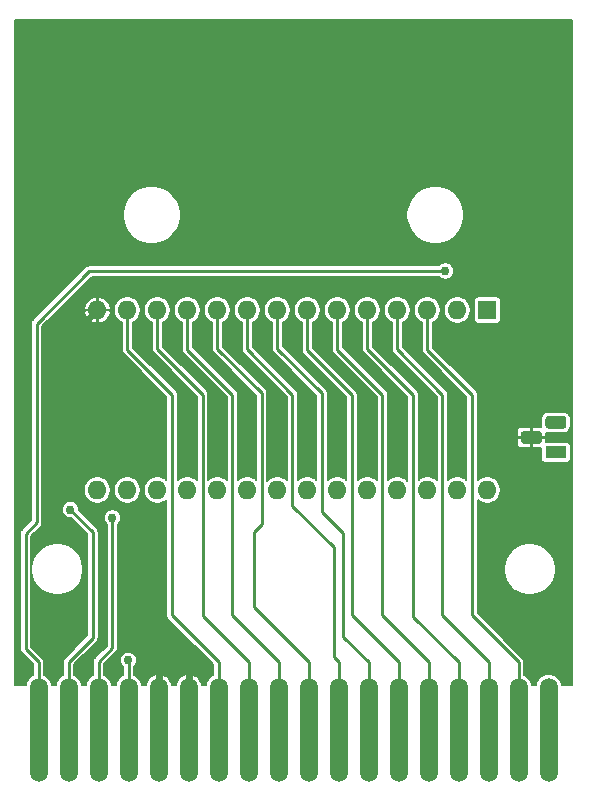
<source format=gbl>
G04 #@! TF.GenerationSoftware,KiCad,Pcbnew,(5.1.6-0)*
G04 #@! TF.CreationDate,2020-06-20T23:38:09-05:00*
G04 #@! TF.ProjectId,vectrex-cartridge,76656374-7265-4782-9d63-617274726964,v1.0*
G04 #@! TF.SameCoordinates,Original*
G04 #@! TF.FileFunction,Copper,L2,Bot*
G04 #@! TF.FilePolarity,Positive*
%FSLAX46Y46*%
G04 Gerber Fmt 4.6, Leading zero omitted, Abs format (unit mm)*
G04 Created by KiCad (PCBNEW (5.1.6-0)) date 2020-06-20 23:38:09*
%MOMM*%
%LPD*%
G01*
G04 APERTURE LIST*
G04 #@! TA.AperFunction,ComponentPad*
%ADD10R,1.800000X1.100000*%
G04 #@! TD*
G04 #@! TA.AperFunction,ComponentPad*
%ADD11O,1.600000X1.600000*%
G04 #@! TD*
G04 #@! TA.AperFunction,ComponentPad*
%ADD12R,1.600000X1.600000*%
G04 #@! TD*
G04 #@! TA.AperFunction,SMDPad,CuDef*
%ADD13O,1.520000X8.800000*%
G04 #@! TD*
G04 #@! TA.AperFunction,ViaPad*
%ADD14C,0.762000*%
G04 #@! TD*
G04 #@! TA.AperFunction,Conductor*
%ADD15C,0.609600*%
G04 #@! TD*
G04 #@! TA.AperFunction,Conductor*
%ADD16C,0.254000*%
G04 #@! TD*
G04 #@! TA.AperFunction,Conductor*
%ADD17C,0.200000*%
G04 #@! TD*
G04 APERTURE END LIST*
D10*
X163900000Y-107700000D03*
G04 #@! TA.AperFunction,ComponentPad*
G36*
G01*
X164525000Y-105710000D02*
X163275000Y-105710000D01*
G75*
G02*
X163000000Y-105435000I0J275000D01*
G01*
X163000000Y-104885000D01*
G75*
G02*
X163275000Y-104610000I275000J0D01*
G01*
X164525000Y-104610000D01*
G75*
G02*
X164800000Y-104885000I0J-275000D01*
G01*
X164800000Y-105435000D01*
G75*
G02*
X164525000Y-105710000I-275000J0D01*
G01*
G37*
G04 #@! TD.AperFunction*
G04 #@! TA.AperFunction,ComponentPad*
G36*
G01*
X162455000Y-106980000D02*
X161205000Y-106980000D01*
G75*
G02*
X160930000Y-106705000I0J275000D01*
G01*
X160930000Y-106155000D01*
G75*
G02*
X161205000Y-105880000I275000J0D01*
G01*
X162455000Y-105880000D01*
G75*
G02*
X162730000Y-106155000I0J-275000D01*
G01*
X162730000Y-106705000D01*
G75*
G02*
X162455000Y-106980000I-275000J0D01*
G01*
G37*
G04 #@! TD.AperFunction*
D11*
X158100000Y-110890000D03*
X125080000Y-95650000D03*
X155560000Y-110890000D03*
X127620000Y-95650000D03*
X153020000Y-110890000D03*
X130160000Y-95650000D03*
X150480000Y-110890000D03*
X132700000Y-95650000D03*
X147940000Y-110890000D03*
X135240000Y-95650000D03*
X145400000Y-110890000D03*
X137780000Y-95650000D03*
X142860000Y-110890000D03*
X140320000Y-95650000D03*
X140320000Y-110890000D03*
X142860000Y-95650000D03*
X137780000Y-110890000D03*
X145400000Y-95650000D03*
X135240000Y-110890000D03*
X147940000Y-95650000D03*
X132700000Y-110890000D03*
X150480000Y-95650000D03*
X130160000Y-110890000D03*
X153020000Y-95650000D03*
X127620000Y-110890000D03*
X155560000Y-95650000D03*
X125080000Y-110890000D03*
D12*
X158100000Y-95650000D03*
D13*
X120110000Y-131200000D03*
X122650000Y-131200000D03*
X125190000Y-131200000D03*
X127730000Y-131200000D03*
X130270000Y-131200000D03*
X132810000Y-131200000D03*
X135350000Y-131200000D03*
X137890000Y-131200000D03*
X140430000Y-131200000D03*
X142970000Y-131200000D03*
X145510000Y-131200000D03*
X148050000Y-131200000D03*
X150590000Y-131200000D03*
X153130000Y-131200000D03*
X155670000Y-131200000D03*
X158210000Y-131200000D03*
X160750000Y-131200000D03*
X163290000Y-131200000D03*
D14*
X130270000Y-125270000D03*
X154550000Y-92350000D03*
X127700000Y-125300002D03*
X126350000Y-113250008D03*
X122800006Y-112549998D03*
D15*
X132810000Y-125410000D02*
X132810000Y-131200000D01*
X130270000Y-122870000D02*
X132810000Y-125410000D01*
X130270000Y-131200000D02*
X130270000Y-125270000D01*
X130270000Y-124330000D02*
X130270000Y-122870000D01*
X128800000Y-113800000D02*
X128800000Y-121400000D01*
X128800000Y-121400000D02*
X130270000Y-122870000D01*
D16*
X122800000Y-111110054D02*
X124052144Y-112362198D01*
X127362198Y-112362198D02*
X128800000Y-113800000D01*
D15*
X125080000Y-95660000D02*
X122800000Y-97940000D01*
D16*
X124052144Y-112362198D02*
X127362198Y-112362198D01*
D15*
X122800000Y-97940000D02*
X122800000Y-111110054D01*
D16*
X119950000Y-96800000D02*
X124400000Y-92350000D01*
X119000000Y-114575000D02*
X119950000Y-113625000D01*
X124400000Y-92350000D02*
X154550000Y-92350000D01*
X119000000Y-124350000D02*
X119000000Y-114575000D01*
X120100000Y-125450000D02*
X119000000Y-124350000D01*
X119950000Y-113625000D02*
X119950000Y-96800000D01*
X120100000Y-131190000D02*
X120100000Y-125450000D01*
X120110000Y-131200000D02*
X120100000Y-131190000D01*
X140430000Y-125430000D02*
X140430000Y-131200000D01*
X136500000Y-121500000D02*
X140430000Y-125430000D01*
X136500000Y-102800000D02*
X136500000Y-121500000D01*
X132700000Y-99000000D02*
X136500000Y-102800000D01*
X132700000Y-95660000D02*
X132700000Y-99000000D01*
X137890000Y-125440000D02*
X137890000Y-131200000D01*
X134000000Y-121550000D02*
X137890000Y-125440000D01*
X134000000Y-102800000D02*
X134000000Y-121550000D01*
X130160000Y-98960000D02*
X134000000Y-102800000D01*
X130160000Y-98960000D02*
X130160000Y-95660000D01*
X135350000Y-125450000D02*
X135350000Y-131200000D01*
X131400000Y-102800000D02*
X131400000Y-121500000D01*
X131400000Y-121500000D02*
X135350000Y-125450000D01*
X127620000Y-99020000D02*
X131400000Y-102800000D01*
X127620000Y-99020000D02*
X127620000Y-95660000D01*
X160750000Y-125450000D02*
X160750000Y-131200000D01*
X156800000Y-121500000D02*
X160750000Y-125450000D01*
X156800000Y-102800000D02*
X156800000Y-121500000D01*
X153020000Y-99020000D02*
X156800000Y-102800000D01*
X153020000Y-99020000D02*
X153020000Y-95660000D01*
X154300000Y-102800000D02*
X154300000Y-121500000D01*
X158210000Y-125410000D02*
X158210000Y-131200000D01*
X154300000Y-121500000D02*
X158210000Y-125410000D01*
X150480000Y-98980000D02*
X154300000Y-102800000D01*
X150480000Y-98980000D02*
X150480000Y-95660000D01*
X155670000Y-125470000D02*
X155670000Y-131200000D01*
X151800000Y-121600000D02*
X155670000Y-125470000D01*
X151800000Y-102800000D02*
X151800000Y-121600000D01*
X147940000Y-98940000D02*
X151800000Y-102800000D01*
X147940000Y-98940000D02*
X147940000Y-95660000D01*
X153130000Y-125430000D02*
X153130000Y-131200000D01*
X149200000Y-102800000D02*
X149200000Y-121500000D01*
X145400000Y-99000000D02*
X149200000Y-102800000D01*
X149200000Y-121500000D02*
X153130000Y-125430000D01*
X145400000Y-99000000D02*
X145400000Y-95660000D01*
X146650000Y-121500000D02*
X150590000Y-125440000D01*
X150590000Y-125440000D02*
X150590000Y-131200000D01*
X146650000Y-102850000D02*
X146650000Y-121500000D01*
X142860000Y-99060000D02*
X146650000Y-102850000D01*
X142860000Y-99060000D02*
X142860000Y-95660000D01*
X148050000Y-125450000D02*
X148050000Y-131200000D01*
X145900000Y-123300000D02*
X148050000Y-125450000D01*
X144100000Y-112750000D02*
X145900000Y-114550000D01*
X140320000Y-98920000D02*
X144100000Y-102700000D01*
X144100000Y-102700000D02*
X144100000Y-112750000D01*
X145900000Y-114550000D02*
X145900000Y-123300000D01*
X140320000Y-98920000D02*
X140320000Y-95660000D01*
X145100000Y-115700000D02*
X145100000Y-125000000D01*
X145510000Y-125410000D02*
X145510000Y-131200000D01*
X141600000Y-112200000D02*
X145100000Y-115700000D01*
X145100000Y-125000000D02*
X145510000Y-125410000D01*
X141600000Y-102800000D02*
X141600000Y-112200000D01*
X137780000Y-98980000D02*
X141600000Y-102800000D01*
X137780000Y-98980000D02*
X137780000Y-95660000D01*
X138300000Y-120750000D02*
X142970000Y-125420000D01*
X138300000Y-114450000D02*
X138300000Y-120750000D01*
X142970000Y-125420000D02*
X142970000Y-131200000D01*
X139000000Y-113750000D02*
X138300000Y-114450000D01*
X139000000Y-102700000D02*
X139000000Y-113750000D01*
X135240000Y-98940000D02*
X139000000Y-102700000D01*
X135240000Y-98940000D02*
X135240000Y-95660000D01*
X127730000Y-131200000D02*
X127730000Y-125330002D01*
X127730000Y-125330002D02*
X127700000Y-125300002D01*
X125190000Y-125410000D02*
X126350000Y-124250000D01*
X126350000Y-124250000D02*
X126350000Y-113250008D01*
X125190000Y-131200000D02*
X125190000Y-125410000D01*
X124700000Y-114449992D02*
X122800006Y-112549998D01*
X122650000Y-125450000D02*
X124700000Y-123400000D01*
X122650000Y-131200000D02*
X122650000Y-125450000D01*
X124700000Y-123400000D02*
X124700000Y-114449992D01*
D17*
G36*
X165271000Y-127400000D02*
G01*
X164393631Y-127400000D01*
X164387881Y-127341618D01*
X164324182Y-127131628D01*
X164220739Y-126938100D01*
X164081528Y-126768472D01*
X163911900Y-126629261D01*
X163718372Y-126525818D01*
X163508382Y-126462119D01*
X163290000Y-126440610D01*
X163071619Y-126462119D01*
X162861629Y-126525818D01*
X162668101Y-126629261D01*
X162498473Y-126768472D01*
X162359262Y-126938100D01*
X162255819Y-127131628D01*
X162192120Y-127341618D01*
X162186370Y-127400000D01*
X161853631Y-127400000D01*
X161847881Y-127341618D01*
X161784182Y-127131628D01*
X161680739Y-126938100D01*
X161541528Y-126768472D01*
X161371900Y-126629261D01*
X161231000Y-126553948D01*
X161231000Y-125473626D01*
X161233327Y-125450000D01*
X161224040Y-125355707D01*
X161196536Y-125265038D01*
X161162562Y-125201478D01*
X161151872Y-125181478D01*
X161091764Y-125108236D01*
X161073406Y-125093170D01*
X157281000Y-121300764D01*
X157281000Y-117382925D01*
X159496000Y-117382925D01*
X159496000Y-117817075D01*
X159580699Y-118242883D01*
X159746841Y-118643985D01*
X159988042Y-119004968D01*
X160295032Y-119311958D01*
X160656015Y-119553159D01*
X161057117Y-119719301D01*
X161482925Y-119804000D01*
X161917075Y-119804000D01*
X162342883Y-119719301D01*
X162743985Y-119553159D01*
X163104968Y-119311958D01*
X163411958Y-119004968D01*
X163653159Y-118643985D01*
X163819301Y-118242883D01*
X163904000Y-117817075D01*
X163904000Y-117382925D01*
X163819301Y-116957117D01*
X163653159Y-116556015D01*
X163411958Y-116195032D01*
X163104968Y-115888042D01*
X162743985Y-115646841D01*
X162342883Y-115480699D01*
X161917075Y-115396000D01*
X161482925Y-115396000D01*
X161057117Y-115480699D01*
X160656015Y-115646841D01*
X160295032Y-115888042D01*
X159988042Y-116195032D01*
X159746841Y-116556015D01*
X159580699Y-116957117D01*
X159496000Y-117382925D01*
X157281000Y-117382925D01*
X157281000Y-111703003D01*
X157364368Y-111786371D01*
X157553376Y-111912662D01*
X157763391Y-111999653D01*
X157986341Y-112044000D01*
X158213659Y-112044000D01*
X158436609Y-111999653D01*
X158646624Y-111912662D01*
X158835632Y-111786371D01*
X158996371Y-111625632D01*
X159122662Y-111436624D01*
X159209653Y-111226609D01*
X159254000Y-111003659D01*
X159254000Y-110776341D01*
X159209653Y-110553391D01*
X159122662Y-110343376D01*
X158996371Y-110154368D01*
X158835632Y-109993629D01*
X158646624Y-109867338D01*
X158436609Y-109780347D01*
X158213659Y-109736000D01*
X157986341Y-109736000D01*
X157763391Y-109780347D01*
X157553376Y-109867338D01*
X157364368Y-109993629D01*
X157281000Y-110076997D01*
X157281000Y-106980000D01*
X160574287Y-106980000D01*
X160581122Y-107049396D01*
X160601364Y-107116125D01*
X160634235Y-107177624D01*
X160678473Y-107231527D01*
X160732376Y-107275765D01*
X160793875Y-107308636D01*
X160860604Y-107328878D01*
X160930000Y-107335713D01*
X161714500Y-107334000D01*
X161803000Y-107245500D01*
X161803000Y-106457000D01*
X161857000Y-106457000D01*
X161857000Y-107245500D01*
X161945500Y-107334000D01*
X162644288Y-107335526D01*
X162644288Y-108250000D01*
X162651123Y-108319396D01*
X162671365Y-108386125D01*
X162704236Y-108447623D01*
X162748474Y-108501526D01*
X162802377Y-108545764D01*
X162863875Y-108578635D01*
X162930604Y-108598877D01*
X163000000Y-108605712D01*
X164800000Y-108605712D01*
X164869396Y-108598877D01*
X164936125Y-108578635D01*
X164997623Y-108545764D01*
X165051526Y-108501526D01*
X165095764Y-108447623D01*
X165128635Y-108386125D01*
X165148877Y-108319396D01*
X165155712Y-108250000D01*
X165155712Y-107150000D01*
X165148877Y-107080604D01*
X165128635Y-107013875D01*
X165095764Y-106952377D01*
X165051526Y-106898474D01*
X164997623Y-106854236D01*
X164936125Y-106821365D01*
X164869396Y-106801123D01*
X164800000Y-106794288D01*
X163084981Y-106794288D01*
X163084000Y-106545500D01*
X162995500Y-106457000D01*
X161857000Y-106457000D01*
X161803000Y-106457000D01*
X160664500Y-106457000D01*
X160576000Y-106545500D01*
X160574287Y-106980000D01*
X157281000Y-106980000D01*
X157281000Y-105880000D01*
X160574287Y-105880000D01*
X160576000Y-106314500D01*
X160664500Y-106403000D01*
X161803000Y-106403000D01*
X161803000Y-105614500D01*
X161857000Y-105614500D01*
X161857000Y-106403000D01*
X162995500Y-106403000D01*
X163084000Y-106314500D01*
X163085109Y-106033316D01*
X163151954Y-106053593D01*
X163275000Y-106065712D01*
X164525000Y-106065712D01*
X164648046Y-106053593D01*
X164766363Y-106017702D01*
X164875405Y-105959418D01*
X164970981Y-105880981D01*
X165049418Y-105785405D01*
X165107702Y-105676363D01*
X165143593Y-105558046D01*
X165155712Y-105435000D01*
X165155712Y-104885000D01*
X165143593Y-104761954D01*
X165107702Y-104643637D01*
X165049418Y-104534595D01*
X164970981Y-104439019D01*
X164875405Y-104360582D01*
X164766363Y-104302298D01*
X164648046Y-104266407D01*
X164525000Y-104254288D01*
X163275000Y-104254288D01*
X163151954Y-104266407D01*
X163033637Y-104302298D01*
X162924595Y-104360582D01*
X162829019Y-104439019D01*
X162750582Y-104534595D01*
X162692298Y-104643637D01*
X162656407Y-104761954D01*
X162644288Y-104885000D01*
X162644288Y-105435000D01*
X162653099Y-105524455D01*
X161945500Y-105526000D01*
X161857000Y-105614500D01*
X161803000Y-105614500D01*
X161714500Y-105526000D01*
X160930000Y-105524287D01*
X160860604Y-105531122D01*
X160793875Y-105551364D01*
X160732376Y-105584235D01*
X160678473Y-105628473D01*
X160634235Y-105682376D01*
X160601364Y-105743875D01*
X160581122Y-105810604D01*
X160574287Y-105880000D01*
X157281000Y-105880000D01*
X157281000Y-102823623D01*
X157283327Y-102799999D01*
X157281000Y-102776374D01*
X157274040Y-102705708D01*
X157246536Y-102615039D01*
X157201872Y-102531478D01*
X157141764Y-102458236D01*
X157123412Y-102443175D01*
X153501000Y-98820764D01*
X153501000Y-96699844D01*
X153566624Y-96672662D01*
X153755632Y-96546371D01*
X153916371Y-96385632D01*
X154042662Y-96196624D01*
X154129653Y-95986609D01*
X154174000Y-95763659D01*
X154174000Y-95536341D01*
X154406000Y-95536341D01*
X154406000Y-95763659D01*
X154450347Y-95986609D01*
X154537338Y-96196624D01*
X154663629Y-96385632D01*
X154824368Y-96546371D01*
X155013376Y-96672662D01*
X155223391Y-96759653D01*
X155446341Y-96804000D01*
X155673659Y-96804000D01*
X155896609Y-96759653D01*
X156106624Y-96672662D01*
X156295632Y-96546371D01*
X156456371Y-96385632D01*
X156582662Y-96196624D01*
X156669653Y-95986609D01*
X156714000Y-95763659D01*
X156714000Y-95536341D01*
X156669653Y-95313391D01*
X156582662Y-95103376D01*
X156456371Y-94914368D01*
X156392003Y-94850000D01*
X156944288Y-94850000D01*
X156944288Y-96450000D01*
X156951123Y-96519396D01*
X156971365Y-96586125D01*
X157004236Y-96647623D01*
X157048474Y-96701526D01*
X157102377Y-96745764D01*
X157163875Y-96778635D01*
X157230604Y-96798877D01*
X157300000Y-96805712D01*
X158900000Y-96805712D01*
X158969396Y-96798877D01*
X159036125Y-96778635D01*
X159097623Y-96745764D01*
X159151526Y-96701526D01*
X159195764Y-96647623D01*
X159228635Y-96586125D01*
X159248877Y-96519396D01*
X159255712Y-96450000D01*
X159255712Y-94850000D01*
X159248877Y-94780604D01*
X159228635Y-94713875D01*
X159195764Y-94652377D01*
X159151526Y-94598474D01*
X159097623Y-94554236D01*
X159036125Y-94521365D01*
X158969396Y-94501123D01*
X158900000Y-94494288D01*
X157300000Y-94494288D01*
X157230604Y-94501123D01*
X157163875Y-94521365D01*
X157102377Y-94554236D01*
X157048474Y-94598474D01*
X157004236Y-94652377D01*
X156971365Y-94713875D01*
X156951123Y-94780604D01*
X156944288Y-94850000D01*
X156392003Y-94850000D01*
X156295632Y-94753629D01*
X156106624Y-94627338D01*
X155896609Y-94540347D01*
X155673659Y-94496000D01*
X155446341Y-94496000D01*
X155223391Y-94540347D01*
X155013376Y-94627338D01*
X154824368Y-94753629D01*
X154663629Y-94914368D01*
X154537338Y-95103376D01*
X154450347Y-95313391D01*
X154406000Y-95536341D01*
X154174000Y-95536341D01*
X154129653Y-95313391D01*
X154042662Y-95103376D01*
X153916371Y-94914368D01*
X153755632Y-94753629D01*
X153566624Y-94627338D01*
X153356609Y-94540347D01*
X153133659Y-94496000D01*
X152906341Y-94496000D01*
X152683391Y-94540347D01*
X152473376Y-94627338D01*
X152284368Y-94753629D01*
X152123629Y-94914368D01*
X151997338Y-95103376D01*
X151910347Y-95313391D01*
X151866000Y-95536341D01*
X151866000Y-95763659D01*
X151910347Y-95986609D01*
X151997338Y-96196624D01*
X152123629Y-96385632D01*
X152284368Y-96546371D01*
X152473376Y-96672662D01*
X152539001Y-96699845D01*
X152539000Y-98996374D01*
X152536673Y-99020000D01*
X152540613Y-99060000D01*
X152545960Y-99114291D01*
X152573464Y-99204960D01*
X152618128Y-99288522D01*
X152678236Y-99361764D01*
X152696594Y-99376830D01*
X156319000Y-102999237D01*
X156319000Y-110016997D01*
X156295632Y-109993629D01*
X156106624Y-109867338D01*
X155896609Y-109780347D01*
X155673659Y-109736000D01*
X155446341Y-109736000D01*
X155223391Y-109780347D01*
X155013376Y-109867338D01*
X154824368Y-109993629D01*
X154781000Y-110036997D01*
X154781000Y-102823626D01*
X154783327Y-102800000D01*
X154774040Y-102705707D01*
X154765142Y-102676374D01*
X154746536Y-102615039D01*
X154701872Y-102531478D01*
X154641764Y-102458236D01*
X154623412Y-102443175D01*
X150961000Y-98780764D01*
X150961000Y-96699844D01*
X151026624Y-96672662D01*
X151215632Y-96546371D01*
X151376371Y-96385632D01*
X151502662Y-96196624D01*
X151589653Y-95986609D01*
X151634000Y-95763659D01*
X151634000Y-95536341D01*
X151589653Y-95313391D01*
X151502662Y-95103376D01*
X151376371Y-94914368D01*
X151215632Y-94753629D01*
X151026624Y-94627338D01*
X150816609Y-94540347D01*
X150593659Y-94496000D01*
X150366341Y-94496000D01*
X150143391Y-94540347D01*
X149933376Y-94627338D01*
X149744368Y-94753629D01*
X149583629Y-94914368D01*
X149457338Y-95103376D01*
X149370347Y-95313391D01*
X149326000Y-95536341D01*
X149326000Y-95763659D01*
X149370347Y-95986609D01*
X149457338Y-96196624D01*
X149583629Y-96385632D01*
X149744368Y-96546371D01*
X149933376Y-96672662D01*
X149999001Y-96699845D01*
X149999000Y-98956374D01*
X149996673Y-98980000D01*
X150000613Y-99020000D01*
X150005960Y-99074291D01*
X150033464Y-99164960D01*
X150078128Y-99248522D01*
X150138236Y-99321764D01*
X150156594Y-99336830D01*
X153819000Y-102999237D01*
X153819000Y-110056997D01*
X153755632Y-109993629D01*
X153566624Y-109867338D01*
X153356609Y-109780347D01*
X153133659Y-109736000D01*
X152906341Y-109736000D01*
X152683391Y-109780347D01*
X152473376Y-109867338D01*
X152284368Y-109993629D01*
X152281000Y-109996997D01*
X152281000Y-102823623D01*
X152283327Y-102799999D01*
X152281000Y-102776374D01*
X152274040Y-102705708D01*
X152246536Y-102615039D01*
X152201872Y-102531478D01*
X152141764Y-102458236D01*
X152123412Y-102443175D01*
X148421000Y-98740764D01*
X148421000Y-96699844D01*
X148486624Y-96672662D01*
X148675632Y-96546371D01*
X148836371Y-96385632D01*
X148962662Y-96196624D01*
X149049653Y-95986609D01*
X149094000Y-95763659D01*
X149094000Y-95536341D01*
X149049653Y-95313391D01*
X148962662Y-95103376D01*
X148836371Y-94914368D01*
X148675632Y-94753629D01*
X148486624Y-94627338D01*
X148276609Y-94540347D01*
X148053659Y-94496000D01*
X147826341Y-94496000D01*
X147603391Y-94540347D01*
X147393376Y-94627338D01*
X147204368Y-94753629D01*
X147043629Y-94914368D01*
X146917338Y-95103376D01*
X146830347Y-95313391D01*
X146786000Y-95536341D01*
X146786000Y-95763659D01*
X146830347Y-95986609D01*
X146917338Y-96196624D01*
X147043629Y-96385632D01*
X147204368Y-96546371D01*
X147393376Y-96672662D01*
X147459001Y-96699845D01*
X147459000Y-98916374D01*
X147456673Y-98940000D01*
X147465960Y-99034291D01*
X147493464Y-99124960D01*
X147538128Y-99208522D01*
X147598236Y-99281764D01*
X147616594Y-99296830D01*
X151319000Y-102999237D01*
X151319000Y-110096997D01*
X151215632Y-109993629D01*
X151026624Y-109867338D01*
X150816609Y-109780347D01*
X150593659Y-109736000D01*
X150366341Y-109736000D01*
X150143391Y-109780347D01*
X149933376Y-109867338D01*
X149744368Y-109993629D01*
X149681000Y-110056997D01*
X149681000Y-102823627D01*
X149683327Y-102800000D01*
X149674040Y-102705707D01*
X149646536Y-102615038D01*
X149601871Y-102531477D01*
X149597858Y-102526587D01*
X149541764Y-102458236D01*
X149523406Y-102443170D01*
X145881000Y-98800764D01*
X145881000Y-96699844D01*
X145946624Y-96672662D01*
X146135632Y-96546371D01*
X146296371Y-96385632D01*
X146422662Y-96196624D01*
X146509653Y-95986609D01*
X146554000Y-95763659D01*
X146554000Y-95536341D01*
X146509653Y-95313391D01*
X146422662Y-95103376D01*
X146296371Y-94914368D01*
X146135632Y-94753629D01*
X145946624Y-94627338D01*
X145736609Y-94540347D01*
X145513659Y-94496000D01*
X145286341Y-94496000D01*
X145063391Y-94540347D01*
X144853376Y-94627338D01*
X144664368Y-94753629D01*
X144503629Y-94914368D01*
X144377338Y-95103376D01*
X144290347Y-95313391D01*
X144246000Y-95536341D01*
X144246000Y-95763659D01*
X144290347Y-95986609D01*
X144377338Y-96196624D01*
X144503629Y-96385632D01*
X144664368Y-96546371D01*
X144853376Y-96672662D01*
X144919001Y-96699845D01*
X144919000Y-98976374D01*
X144916673Y-99000000D01*
X144925960Y-99094291D01*
X144953464Y-99184960D01*
X144998128Y-99268522D01*
X145058236Y-99341764D01*
X145076594Y-99356830D01*
X148719000Y-102999236D01*
X148719000Y-110036997D01*
X148675632Y-109993629D01*
X148486624Y-109867338D01*
X148276609Y-109780347D01*
X148053659Y-109736000D01*
X147826341Y-109736000D01*
X147603391Y-109780347D01*
X147393376Y-109867338D01*
X147204368Y-109993629D01*
X147131000Y-110066997D01*
X147131000Y-102873623D01*
X147133327Y-102849999D01*
X147127840Y-102794292D01*
X147124040Y-102755708D01*
X147096536Y-102665039D01*
X147051872Y-102581478D01*
X146991764Y-102508236D01*
X146973412Y-102493175D01*
X143341000Y-98860764D01*
X143341000Y-96699844D01*
X143406624Y-96672662D01*
X143595632Y-96546371D01*
X143756371Y-96385632D01*
X143882662Y-96196624D01*
X143969653Y-95986609D01*
X144014000Y-95763659D01*
X144014000Y-95536341D01*
X143969653Y-95313391D01*
X143882662Y-95103376D01*
X143756371Y-94914368D01*
X143595632Y-94753629D01*
X143406624Y-94627338D01*
X143196609Y-94540347D01*
X142973659Y-94496000D01*
X142746341Y-94496000D01*
X142523391Y-94540347D01*
X142313376Y-94627338D01*
X142124368Y-94753629D01*
X141963629Y-94914368D01*
X141837338Y-95103376D01*
X141750347Y-95313391D01*
X141706000Y-95536341D01*
X141706000Y-95763659D01*
X141750347Y-95986609D01*
X141837338Y-96196624D01*
X141963629Y-96385632D01*
X142124368Y-96546371D01*
X142313376Y-96672662D01*
X142379001Y-96699845D01*
X142379000Y-99036374D01*
X142376673Y-99060000D01*
X142381101Y-99104960D01*
X142385960Y-99154291D01*
X142413464Y-99244960D01*
X142458128Y-99328522D01*
X142518236Y-99401764D01*
X142536594Y-99416830D01*
X146169000Y-103049237D01*
X146169000Y-110026997D01*
X146135632Y-109993629D01*
X145946624Y-109867338D01*
X145736609Y-109780347D01*
X145513659Y-109736000D01*
X145286341Y-109736000D01*
X145063391Y-109780347D01*
X144853376Y-109867338D01*
X144664368Y-109993629D01*
X144581000Y-110076997D01*
X144581000Y-102723623D01*
X144583327Y-102699999D01*
X144581000Y-102676374D01*
X144574040Y-102605708D01*
X144546536Y-102515039D01*
X144501872Y-102431478D01*
X144441764Y-102358236D01*
X144423412Y-102343175D01*
X140801000Y-98720764D01*
X140801000Y-96699844D01*
X140866624Y-96672662D01*
X141055632Y-96546371D01*
X141216371Y-96385632D01*
X141342662Y-96196624D01*
X141429653Y-95986609D01*
X141474000Y-95763659D01*
X141474000Y-95536341D01*
X141429653Y-95313391D01*
X141342662Y-95103376D01*
X141216371Y-94914368D01*
X141055632Y-94753629D01*
X140866624Y-94627338D01*
X140656609Y-94540347D01*
X140433659Y-94496000D01*
X140206341Y-94496000D01*
X139983391Y-94540347D01*
X139773376Y-94627338D01*
X139584368Y-94753629D01*
X139423629Y-94914368D01*
X139297338Y-95103376D01*
X139210347Y-95313391D01*
X139166000Y-95536341D01*
X139166000Y-95763659D01*
X139210347Y-95986609D01*
X139297338Y-96196624D01*
X139423629Y-96385632D01*
X139584368Y-96546371D01*
X139773376Y-96672662D01*
X139839001Y-96699845D01*
X139839000Y-98896374D01*
X139836673Y-98920000D01*
X139845960Y-99014291D01*
X139873464Y-99104960D01*
X139918128Y-99188522D01*
X139978236Y-99261764D01*
X139996594Y-99276830D01*
X143619000Y-102899237D01*
X143619001Y-110016998D01*
X143595632Y-109993629D01*
X143406624Y-109867338D01*
X143196609Y-109780347D01*
X142973659Y-109736000D01*
X142746341Y-109736000D01*
X142523391Y-109780347D01*
X142313376Y-109867338D01*
X142124368Y-109993629D01*
X142081000Y-110036997D01*
X142081000Y-102823626D01*
X142083327Y-102800000D01*
X142074040Y-102705707D01*
X142065142Y-102676374D01*
X142046536Y-102615039D01*
X142001872Y-102531478D01*
X141941764Y-102458236D01*
X141923412Y-102443175D01*
X138261000Y-98780764D01*
X138261000Y-96699844D01*
X138326624Y-96672662D01*
X138515632Y-96546371D01*
X138676371Y-96385632D01*
X138802662Y-96196624D01*
X138889653Y-95986609D01*
X138934000Y-95763659D01*
X138934000Y-95536341D01*
X138889653Y-95313391D01*
X138802662Y-95103376D01*
X138676371Y-94914368D01*
X138515632Y-94753629D01*
X138326624Y-94627338D01*
X138116609Y-94540347D01*
X137893659Y-94496000D01*
X137666341Y-94496000D01*
X137443391Y-94540347D01*
X137233376Y-94627338D01*
X137044368Y-94753629D01*
X136883629Y-94914368D01*
X136757338Y-95103376D01*
X136670347Y-95313391D01*
X136626000Y-95536341D01*
X136626000Y-95763659D01*
X136670347Y-95986609D01*
X136757338Y-96196624D01*
X136883629Y-96385632D01*
X137044368Y-96546371D01*
X137233376Y-96672662D01*
X137299001Y-96699845D01*
X137299000Y-98956374D01*
X137296673Y-98980000D01*
X137300613Y-99020000D01*
X137305960Y-99074291D01*
X137333464Y-99164960D01*
X137378128Y-99248522D01*
X137438236Y-99321764D01*
X137456594Y-99336830D01*
X141119000Y-102999237D01*
X141119001Y-110056998D01*
X141055632Y-109993629D01*
X140866624Y-109867338D01*
X140656609Y-109780347D01*
X140433659Y-109736000D01*
X140206341Y-109736000D01*
X139983391Y-109780347D01*
X139773376Y-109867338D01*
X139584368Y-109993629D01*
X139481000Y-110096997D01*
X139481000Y-102723626D01*
X139483327Y-102700000D01*
X139474040Y-102605707D01*
X139465696Y-102578203D01*
X139446536Y-102515039D01*
X139401872Y-102431478D01*
X139341764Y-102358236D01*
X139323412Y-102343175D01*
X135721000Y-98740764D01*
X135721000Y-96699844D01*
X135786624Y-96672662D01*
X135975632Y-96546371D01*
X136136371Y-96385632D01*
X136262662Y-96196624D01*
X136349653Y-95986609D01*
X136394000Y-95763659D01*
X136394000Y-95536341D01*
X136349653Y-95313391D01*
X136262662Y-95103376D01*
X136136371Y-94914368D01*
X135975632Y-94753629D01*
X135786624Y-94627338D01*
X135576609Y-94540347D01*
X135353659Y-94496000D01*
X135126341Y-94496000D01*
X134903391Y-94540347D01*
X134693376Y-94627338D01*
X134504368Y-94753629D01*
X134343629Y-94914368D01*
X134217338Y-95103376D01*
X134130347Y-95313391D01*
X134086000Y-95536341D01*
X134086000Y-95763659D01*
X134130347Y-95986609D01*
X134217338Y-96196624D01*
X134343629Y-96385632D01*
X134504368Y-96546371D01*
X134693376Y-96672662D01*
X134759001Y-96699845D01*
X134759000Y-98916374D01*
X134756673Y-98940000D01*
X134765960Y-99034291D01*
X134793464Y-99124960D01*
X134838128Y-99208522D01*
X134898236Y-99281764D01*
X134916594Y-99296830D01*
X138519000Y-102899237D01*
X138519001Y-109996998D01*
X138515632Y-109993629D01*
X138326624Y-109867338D01*
X138116609Y-109780347D01*
X137893659Y-109736000D01*
X137666341Y-109736000D01*
X137443391Y-109780347D01*
X137233376Y-109867338D01*
X137044368Y-109993629D01*
X136981000Y-110056997D01*
X136981000Y-102823627D01*
X136983327Y-102800000D01*
X136974040Y-102705707D01*
X136946536Y-102615038D01*
X136901871Y-102531477D01*
X136897858Y-102526587D01*
X136841764Y-102458236D01*
X136823406Y-102443170D01*
X133181000Y-98800764D01*
X133181000Y-96699844D01*
X133246624Y-96672662D01*
X133435632Y-96546371D01*
X133596371Y-96385632D01*
X133722662Y-96196624D01*
X133809653Y-95986609D01*
X133854000Y-95763659D01*
X133854000Y-95536341D01*
X133809653Y-95313391D01*
X133722662Y-95103376D01*
X133596371Y-94914368D01*
X133435632Y-94753629D01*
X133246624Y-94627338D01*
X133036609Y-94540347D01*
X132813659Y-94496000D01*
X132586341Y-94496000D01*
X132363391Y-94540347D01*
X132153376Y-94627338D01*
X131964368Y-94753629D01*
X131803629Y-94914368D01*
X131677338Y-95103376D01*
X131590347Y-95313391D01*
X131546000Y-95536341D01*
X131546000Y-95763659D01*
X131590347Y-95986609D01*
X131677338Y-96196624D01*
X131803629Y-96385632D01*
X131964368Y-96546371D01*
X132153376Y-96672662D01*
X132219000Y-96699844D01*
X132219001Y-98976364D01*
X132216673Y-99000000D01*
X132225960Y-99094292D01*
X132247398Y-99164960D01*
X132253465Y-99184961D01*
X132298129Y-99268522D01*
X132358237Y-99341764D01*
X132376589Y-99356825D01*
X136019000Y-102999236D01*
X136019000Y-110036997D01*
X135975632Y-109993629D01*
X135786624Y-109867338D01*
X135576609Y-109780347D01*
X135353659Y-109736000D01*
X135126341Y-109736000D01*
X134903391Y-109780347D01*
X134693376Y-109867338D01*
X134504368Y-109993629D01*
X134481000Y-110016997D01*
X134481000Y-102823626D01*
X134483327Y-102799999D01*
X134474040Y-102705707D01*
X134465142Y-102676374D01*
X134446536Y-102615039D01*
X134401872Y-102531478D01*
X134341764Y-102458236D01*
X134323412Y-102443175D01*
X130641000Y-98760764D01*
X130641000Y-96699844D01*
X130706624Y-96672662D01*
X130895632Y-96546371D01*
X131056371Y-96385632D01*
X131182662Y-96196624D01*
X131269653Y-95986609D01*
X131314000Y-95763659D01*
X131314000Y-95536341D01*
X131269653Y-95313391D01*
X131182662Y-95103376D01*
X131056371Y-94914368D01*
X130895632Y-94753629D01*
X130706624Y-94627338D01*
X130496609Y-94540347D01*
X130273659Y-94496000D01*
X130046341Y-94496000D01*
X129823391Y-94540347D01*
X129613376Y-94627338D01*
X129424368Y-94753629D01*
X129263629Y-94914368D01*
X129137338Y-95103376D01*
X129050347Y-95313391D01*
X129006000Y-95536341D01*
X129006000Y-95763659D01*
X129050347Y-95986609D01*
X129137338Y-96196624D01*
X129263629Y-96385632D01*
X129424368Y-96546371D01*
X129613376Y-96672662D01*
X129679001Y-96699845D01*
X129679000Y-98936374D01*
X129676673Y-98960000D01*
X129685960Y-99054291D01*
X129713464Y-99144960D01*
X129758128Y-99228522D01*
X129818236Y-99301764D01*
X129836594Y-99316830D01*
X133519000Y-102999237D01*
X133519000Y-110076997D01*
X133435632Y-109993629D01*
X133246624Y-109867338D01*
X133036609Y-109780347D01*
X132813659Y-109736000D01*
X132586341Y-109736000D01*
X132363391Y-109780347D01*
X132153376Y-109867338D01*
X131964368Y-109993629D01*
X131881000Y-110076997D01*
X131881000Y-102823623D01*
X131883327Y-102799999D01*
X131881000Y-102776374D01*
X131874040Y-102705708D01*
X131846536Y-102615039D01*
X131801872Y-102531478D01*
X131741764Y-102458236D01*
X131723412Y-102443175D01*
X128101000Y-98820764D01*
X128101000Y-96699844D01*
X128166624Y-96672662D01*
X128355632Y-96546371D01*
X128516371Y-96385632D01*
X128642662Y-96196624D01*
X128729653Y-95986609D01*
X128774000Y-95763659D01*
X128774000Y-95536341D01*
X128729653Y-95313391D01*
X128642662Y-95103376D01*
X128516371Y-94914368D01*
X128355632Y-94753629D01*
X128166624Y-94627338D01*
X127956609Y-94540347D01*
X127733659Y-94496000D01*
X127506341Y-94496000D01*
X127283391Y-94540347D01*
X127073376Y-94627338D01*
X126884368Y-94753629D01*
X126723629Y-94914368D01*
X126597338Y-95103376D01*
X126510347Y-95313391D01*
X126466000Y-95536341D01*
X126466000Y-95763659D01*
X126510347Y-95986609D01*
X126597338Y-96196624D01*
X126723629Y-96385632D01*
X126884368Y-96546371D01*
X127073376Y-96672662D01*
X127139001Y-96699845D01*
X127139000Y-98996374D01*
X127136673Y-99020000D01*
X127140613Y-99060000D01*
X127145960Y-99114291D01*
X127173464Y-99204960D01*
X127218128Y-99288522D01*
X127278236Y-99361764D01*
X127296594Y-99376830D01*
X130919000Y-102999237D01*
X130919000Y-110016997D01*
X130895632Y-109993629D01*
X130706624Y-109867338D01*
X130496609Y-109780347D01*
X130273659Y-109736000D01*
X130046341Y-109736000D01*
X129823391Y-109780347D01*
X129613376Y-109867338D01*
X129424368Y-109993629D01*
X129263629Y-110154368D01*
X129137338Y-110343376D01*
X129050347Y-110553391D01*
X129006000Y-110776341D01*
X129006000Y-111003659D01*
X129050347Y-111226609D01*
X129137338Y-111436624D01*
X129263629Y-111625632D01*
X129424368Y-111786371D01*
X129613376Y-111912662D01*
X129823391Y-111999653D01*
X130046341Y-112044000D01*
X130273659Y-112044000D01*
X130496609Y-111999653D01*
X130706624Y-111912662D01*
X130895632Y-111786371D01*
X130919000Y-111763003D01*
X130919001Y-121476364D01*
X130916673Y-121500000D01*
X130925960Y-121594292D01*
X130927692Y-121600000D01*
X130953465Y-121684961D01*
X130998129Y-121768522D01*
X131058237Y-121841764D01*
X131076589Y-121856825D01*
X134869000Y-125649236D01*
X134869000Y-126553949D01*
X134728101Y-126629261D01*
X134558473Y-126768472D01*
X134419262Y-126938100D01*
X134315819Y-127131628D01*
X134252120Y-127341618D01*
X134246370Y-127400000D01*
X133907638Y-127400000D01*
X133897327Y-127316188D01*
X133828869Y-127108746D01*
X133721256Y-126918645D01*
X133578624Y-126753191D01*
X133406454Y-126618743D01*
X133211363Y-126520467D01*
X133010884Y-126464262D01*
X132837000Y-126534855D01*
X132837000Y-127400000D01*
X132783000Y-127400000D01*
X132783000Y-126534855D01*
X132609116Y-126464262D01*
X132408637Y-126520467D01*
X132213546Y-126618743D01*
X132041376Y-126753191D01*
X131898744Y-126918645D01*
X131791131Y-127108746D01*
X131722673Y-127316188D01*
X131712362Y-127400000D01*
X131367638Y-127400000D01*
X131357327Y-127316188D01*
X131288869Y-127108746D01*
X131181256Y-126918645D01*
X131038624Y-126753191D01*
X130866454Y-126618743D01*
X130671363Y-126520467D01*
X130470884Y-126464262D01*
X130297000Y-126534855D01*
X130297000Y-127400000D01*
X130243000Y-127400000D01*
X130243000Y-126534855D01*
X130069116Y-126464262D01*
X129868637Y-126520467D01*
X129673546Y-126618743D01*
X129501376Y-126753191D01*
X129358744Y-126918645D01*
X129251131Y-127108746D01*
X129182673Y-127316188D01*
X129172362Y-127400000D01*
X128833631Y-127400000D01*
X128827881Y-127341618D01*
X128764182Y-127131628D01*
X128660739Y-126938100D01*
X128521528Y-126768472D01*
X128351900Y-126629261D01*
X128211000Y-126553948D01*
X128211000Y-125828449D01*
X128270912Y-125768537D01*
X128351348Y-125648155D01*
X128406754Y-125514393D01*
X128435000Y-125372393D01*
X128435000Y-125227611D01*
X128406754Y-125085611D01*
X128351348Y-124951849D01*
X128270912Y-124831467D01*
X128168535Y-124729090D01*
X128048153Y-124648654D01*
X127914391Y-124593248D01*
X127772391Y-124565002D01*
X127627609Y-124565002D01*
X127485609Y-124593248D01*
X127351847Y-124648654D01*
X127231465Y-124729090D01*
X127129088Y-124831467D01*
X127048652Y-124951849D01*
X126993246Y-125085611D01*
X126965000Y-125227611D01*
X126965000Y-125372393D01*
X126993246Y-125514393D01*
X127048652Y-125648155D01*
X127129088Y-125768537D01*
X127231465Y-125870914D01*
X127249001Y-125882631D01*
X127249001Y-126553948D01*
X127108101Y-126629261D01*
X126938473Y-126768472D01*
X126799262Y-126938100D01*
X126695819Y-127131628D01*
X126632120Y-127341618D01*
X126626370Y-127400000D01*
X126293631Y-127400000D01*
X126287881Y-127341618D01*
X126224182Y-127131628D01*
X126120739Y-126938100D01*
X125981528Y-126768472D01*
X125811900Y-126629261D01*
X125671000Y-126553948D01*
X125671000Y-125609236D01*
X126673412Y-124606825D01*
X126691764Y-124591764D01*
X126751872Y-124518522D01*
X126791549Y-124444291D01*
X126796536Y-124434962D01*
X126824040Y-124344293D01*
X126833327Y-124250000D01*
X126831000Y-124226374D01*
X126831000Y-113808455D01*
X126920912Y-113718543D01*
X127001348Y-113598161D01*
X127056754Y-113464399D01*
X127085000Y-113322399D01*
X127085000Y-113177617D01*
X127056754Y-113035617D01*
X127001348Y-112901855D01*
X126920912Y-112781473D01*
X126818535Y-112679096D01*
X126698153Y-112598660D01*
X126564391Y-112543254D01*
X126422391Y-112515008D01*
X126277609Y-112515008D01*
X126135609Y-112543254D01*
X126001847Y-112598660D01*
X125881465Y-112679096D01*
X125779088Y-112781473D01*
X125698652Y-112901855D01*
X125643246Y-113035617D01*
X125615000Y-113177617D01*
X125615000Y-113322399D01*
X125643246Y-113464399D01*
X125698652Y-113598161D01*
X125779088Y-113718543D01*
X125869001Y-113808456D01*
X125869000Y-124050763D01*
X124866589Y-125053175D01*
X124848237Y-125068236D01*
X124826853Y-125094292D01*
X124788129Y-125141478D01*
X124743465Y-125225039D01*
X124715960Y-125315708D01*
X124706673Y-125410000D01*
X124709001Y-125433636D01*
X124709001Y-126553948D01*
X124568101Y-126629261D01*
X124398473Y-126768472D01*
X124259262Y-126938100D01*
X124155819Y-127131628D01*
X124092120Y-127341618D01*
X124086370Y-127400000D01*
X123753631Y-127400000D01*
X123747881Y-127341618D01*
X123684182Y-127131628D01*
X123580739Y-126938100D01*
X123441528Y-126768472D01*
X123271900Y-126629261D01*
X123131000Y-126553948D01*
X123131000Y-125649236D01*
X125023412Y-123756825D01*
X125041764Y-123741764D01*
X125101872Y-123668522D01*
X125146536Y-123584961D01*
X125174040Y-123494292D01*
X125181000Y-123423626D01*
X125181000Y-123423625D01*
X125183327Y-123400000D01*
X125181000Y-123376374D01*
X125181000Y-114473615D01*
X125183327Y-114449991D01*
X125177422Y-114390039D01*
X125174040Y-114355700D01*
X125146536Y-114265031D01*
X125101872Y-114181470D01*
X125041764Y-114108228D01*
X125023412Y-114093167D01*
X123535006Y-112604762D01*
X123535006Y-112477607D01*
X123506760Y-112335607D01*
X123451354Y-112201845D01*
X123370918Y-112081463D01*
X123268541Y-111979086D01*
X123148159Y-111898650D01*
X123014397Y-111843244D01*
X122872397Y-111814998D01*
X122727615Y-111814998D01*
X122585615Y-111843244D01*
X122451853Y-111898650D01*
X122331471Y-111979086D01*
X122229094Y-112081463D01*
X122148658Y-112201845D01*
X122093252Y-112335607D01*
X122065006Y-112477607D01*
X122065006Y-112622389D01*
X122093252Y-112764389D01*
X122148658Y-112898151D01*
X122229094Y-113018533D01*
X122331471Y-113120910D01*
X122451853Y-113201346D01*
X122585615Y-113256752D01*
X122727615Y-113284998D01*
X122854770Y-113284998D01*
X124219001Y-114649230D01*
X124219000Y-123200763D01*
X122326589Y-125093175D01*
X122308237Y-125108236D01*
X122280957Y-125141477D01*
X122248129Y-125181478D01*
X122203465Y-125265039D01*
X122175960Y-125355708D01*
X122166673Y-125450000D01*
X122169001Y-125473636D01*
X122169001Y-126553948D01*
X122028101Y-126629261D01*
X121858473Y-126768472D01*
X121719262Y-126938100D01*
X121615819Y-127131628D01*
X121552120Y-127341618D01*
X121546370Y-127400000D01*
X121213631Y-127400000D01*
X121207881Y-127341618D01*
X121144182Y-127131628D01*
X121040739Y-126938100D01*
X120901528Y-126768472D01*
X120731900Y-126629261D01*
X120581000Y-126548603D01*
X120581000Y-125473626D01*
X120583327Y-125450000D01*
X120574040Y-125355707D01*
X120552603Y-125285040D01*
X120546536Y-125265039D01*
X120501872Y-125181478D01*
X120441764Y-125108236D01*
X120423412Y-125093175D01*
X119481000Y-124150764D01*
X119481000Y-117382925D01*
X119496000Y-117382925D01*
X119496000Y-117817075D01*
X119580699Y-118242883D01*
X119746841Y-118643985D01*
X119988042Y-119004968D01*
X120295032Y-119311958D01*
X120656015Y-119553159D01*
X121057117Y-119719301D01*
X121482925Y-119804000D01*
X121917075Y-119804000D01*
X122342883Y-119719301D01*
X122743985Y-119553159D01*
X123104968Y-119311958D01*
X123411958Y-119004968D01*
X123653159Y-118643985D01*
X123819301Y-118242883D01*
X123904000Y-117817075D01*
X123904000Y-117382925D01*
X123819301Y-116957117D01*
X123653159Y-116556015D01*
X123411958Y-116195032D01*
X123104968Y-115888042D01*
X122743985Y-115646841D01*
X122342883Y-115480699D01*
X121917075Y-115396000D01*
X121482925Y-115396000D01*
X121057117Y-115480699D01*
X120656015Y-115646841D01*
X120295032Y-115888042D01*
X119988042Y-116195032D01*
X119746841Y-116556015D01*
X119580699Y-116957117D01*
X119496000Y-117382925D01*
X119481000Y-117382925D01*
X119481000Y-114774236D01*
X120273411Y-113981825D01*
X120291764Y-113966764D01*
X120351872Y-113893522D01*
X120396536Y-113809961D01*
X120424040Y-113719292D01*
X120430303Y-113655708D01*
X120433327Y-113625000D01*
X120431000Y-113601374D01*
X120431000Y-110776341D01*
X123926000Y-110776341D01*
X123926000Y-111003659D01*
X123970347Y-111226609D01*
X124057338Y-111436624D01*
X124183629Y-111625632D01*
X124344368Y-111786371D01*
X124533376Y-111912662D01*
X124743391Y-111999653D01*
X124966341Y-112044000D01*
X125193659Y-112044000D01*
X125416609Y-111999653D01*
X125626624Y-111912662D01*
X125815632Y-111786371D01*
X125976371Y-111625632D01*
X126102662Y-111436624D01*
X126189653Y-111226609D01*
X126234000Y-111003659D01*
X126234000Y-110776341D01*
X126466000Y-110776341D01*
X126466000Y-111003659D01*
X126510347Y-111226609D01*
X126597338Y-111436624D01*
X126723629Y-111625632D01*
X126884368Y-111786371D01*
X127073376Y-111912662D01*
X127283391Y-111999653D01*
X127506341Y-112044000D01*
X127733659Y-112044000D01*
X127956609Y-111999653D01*
X128166624Y-111912662D01*
X128355632Y-111786371D01*
X128516371Y-111625632D01*
X128642662Y-111436624D01*
X128729653Y-111226609D01*
X128774000Y-111003659D01*
X128774000Y-110776341D01*
X128729653Y-110553391D01*
X128642662Y-110343376D01*
X128516371Y-110154368D01*
X128355632Y-109993629D01*
X128166624Y-109867338D01*
X127956609Y-109780347D01*
X127733659Y-109736000D01*
X127506341Y-109736000D01*
X127283391Y-109780347D01*
X127073376Y-109867338D01*
X126884368Y-109993629D01*
X126723629Y-110154368D01*
X126597338Y-110343376D01*
X126510347Y-110553391D01*
X126466000Y-110776341D01*
X126234000Y-110776341D01*
X126189653Y-110553391D01*
X126102662Y-110343376D01*
X125976371Y-110154368D01*
X125815632Y-109993629D01*
X125626624Y-109867338D01*
X125416609Y-109780347D01*
X125193659Y-109736000D01*
X124966341Y-109736000D01*
X124743391Y-109780347D01*
X124533376Y-109867338D01*
X124344368Y-109993629D01*
X124183629Y-110154368D01*
X124057338Y-110343376D01*
X123970347Y-110553391D01*
X123926000Y-110776341D01*
X120431000Y-110776341D01*
X120431000Y-96999236D01*
X121573092Y-95857144D01*
X123944743Y-95857144D01*
X124006968Y-96074641D01*
X124110429Y-96275820D01*
X124251150Y-96452949D01*
X124423724Y-96599221D01*
X124621518Y-96709015D01*
X124836931Y-96778112D01*
X124872856Y-96785257D01*
X125053000Y-96715158D01*
X125053000Y-95677000D01*
X125107000Y-95677000D01*
X125107000Y-96715158D01*
X125287144Y-96785257D01*
X125323069Y-96778112D01*
X125538482Y-96709015D01*
X125736276Y-96599221D01*
X125908850Y-96452949D01*
X126049571Y-96275820D01*
X126153032Y-96074641D01*
X126215257Y-95857144D01*
X126145185Y-95677000D01*
X125107000Y-95677000D01*
X125053000Y-95677000D01*
X124014815Y-95677000D01*
X123944743Y-95857144D01*
X121573092Y-95857144D01*
X121987380Y-95442856D01*
X123944743Y-95442856D01*
X124014815Y-95623000D01*
X125053000Y-95623000D01*
X125053000Y-94584842D01*
X125107000Y-94584842D01*
X125107000Y-95623000D01*
X126145185Y-95623000D01*
X126215257Y-95442856D01*
X126153032Y-95225359D01*
X126049571Y-95024180D01*
X125908850Y-94847051D01*
X125736276Y-94700779D01*
X125538482Y-94590985D01*
X125323069Y-94521888D01*
X125287144Y-94514743D01*
X125107000Y-94584842D01*
X125053000Y-94584842D01*
X124872856Y-94514743D01*
X124836931Y-94521888D01*
X124621518Y-94590985D01*
X124423724Y-94700779D01*
X124251150Y-94847051D01*
X124110429Y-95024180D01*
X124006968Y-95225359D01*
X123944743Y-95442856D01*
X121987380Y-95442856D01*
X124599237Y-92831000D01*
X153991553Y-92831000D01*
X154081465Y-92920912D01*
X154201847Y-93001348D01*
X154335609Y-93056754D01*
X154477609Y-93085000D01*
X154622391Y-93085000D01*
X154764391Y-93056754D01*
X154898153Y-93001348D01*
X155018535Y-92920912D01*
X155120912Y-92818535D01*
X155201348Y-92698153D01*
X155256754Y-92564391D01*
X155285000Y-92422391D01*
X155285000Y-92277609D01*
X155256754Y-92135609D01*
X155201348Y-92001847D01*
X155120912Y-91881465D01*
X155018535Y-91779088D01*
X154898153Y-91698652D01*
X154764391Y-91643246D01*
X154622391Y-91615000D01*
X154477609Y-91615000D01*
X154335609Y-91643246D01*
X154201847Y-91698652D01*
X154081465Y-91779088D01*
X153991553Y-91869000D01*
X124423623Y-91869000D01*
X124399999Y-91866673D01*
X124376375Y-91869000D01*
X124376374Y-91869000D01*
X124305708Y-91875960D01*
X124215039Y-91903464D01*
X124131478Y-91948128D01*
X124058236Y-92008236D01*
X124043175Y-92026588D01*
X119626589Y-96443175D01*
X119608237Y-96458236D01*
X119593176Y-96476588D01*
X119548129Y-96531478D01*
X119503465Y-96615039D01*
X119475960Y-96705708D01*
X119466673Y-96800000D01*
X119469001Y-96823636D01*
X119469000Y-113425763D01*
X118676589Y-114218175D01*
X118658237Y-114233236D01*
X118643176Y-114251588D01*
X118598129Y-114306478D01*
X118553465Y-114390039D01*
X118525960Y-114480708D01*
X118516673Y-114575000D01*
X118519001Y-114598636D01*
X118519000Y-124326374D01*
X118516673Y-124350000D01*
X118519000Y-124373625D01*
X118525960Y-124444291D01*
X118553464Y-124534960D01*
X118598128Y-124618522D01*
X118658236Y-124691764D01*
X118676594Y-124706830D01*
X119619001Y-125649238D01*
X119619001Y-126559294D01*
X119488101Y-126629261D01*
X119318473Y-126768472D01*
X119179262Y-126938100D01*
X119075819Y-127131628D01*
X119012120Y-127341618D01*
X119006370Y-127400000D01*
X118129000Y-127400000D01*
X118129000Y-87358302D01*
X127246000Y-87358302D01*
X127246000Y-87841698D01*
X127340306Y-88315805D01*
X127525293Y-88762405D01*
X127793854Y-89164334D01*
X128135666Y-89506146D01*
X128537595Y-89774707D01*
X128984195Y-89959694D01*
X129458302Y-90054000D01*
X129941698Y-90054000D01*
X130415805Y-89959694D01*
X130862405Y-89774707D01*
X131264334Y-89506146D01*
X131606146Y-89164334D01*
X131874707Y-88762405D01*
X132059694Y-88315805D01*
X132154000Y-87841698D01*
X132154000Y-87358302D01*
X151246000Y-87358302D01*
X151246000Y-87841698D01*
X151340306Y-88315805D01*
X151525293Y-88762405D01*
X151793854Y-89164334D01*
X152135666Y-89506146D01*
X152537595Y-89774707D01*
X152984195Y-89959694D01*
X153458302Y-90054000D01*
X153941698Y-90054000D01*
X154415805Y-89959694D01*
X154862405Y-89774707D01*
X155264334Y-89506146D01*
X155606146Y-89164334D01*
X155874707Y-88762405D01*
X156059694Y-88315805D01*
X156154000Y-87841698D01*
X156154000Y-87358302D01*
X156059694Y-86884195D01*
X155874707Y-86437595D01*
X155606146Y-86035666D01*
X155264334Y-85693854D01*
X154862405Y-85425293D01*
X154415805Y-85240306D01*
X153941698Y-85146000D01*
X153458302Y-85146000D01*
X152984195Y-85240306D01*
X152537595Y-85425293D01*
X152135666Y-85693854D01*
X151793854Y-86035666D01*
X151525293Y-86437595D01*
X151340306Y-86884195D01*
X151246000Y-87358302D01*
X132154000Y-87358302D01*
X132059694Y-86884195D01*
X131874707Y-86437595D01*
X131606146Y-86035666D01*
X131264334Y-85693854D01*
X130862405Y-85425293D01*
X130415805Y-85240306D01*
X129941698Y-85146000D01*
X129458302Y-85146000D01*
X128984195Y-85240306D01*
X128537595Y-85425293D01*
X128135666Y-85693854D01*
X127793854Y-86035666D01*
X127525293Y-86437595D01*
X127340306Y-86884195D01*
X127246000Y-87358302D01*
X118129000Y-87358302D01*
X118129000Y-71129000D01*
X165271001Y-71129000D01*
X165271000Y-127400000D01*
G37*
X165271000Y-127400000D02*
X164393631Y-127400000D01*
X164387881Y-127341618D01*
X164324182Y-127131628D01*
X164220739Y-126938100D01*
X164081528Y-126768472D01*
X163911900Y-126629261D01*
X163718372Y-126525818D01*
X163508382Y-126462119D01*
X163290000Y-126440610D01*
X163071619Y-126462119D01*
X162861629Y-126525818D01*
X162668101Y-126629261D01*
X162498473Y-126768472D01*
X162359262Y-126938100D01*
X162255819Y-127131628D01*
X162192120Y-127341618D01*
X162186370Y-127400000D01*
X161853631Y-127400000D01*
X161847881Y-127341618D01*
X161784182Y-127131628D01*
X161680739Y-126938100D01*
X161541528Y-126768472D01*
X161371900Y-126629261D01*
X161231000Y-126553948D01*
X161231000Y-125473626D01*
X161233327Y-125450000D01*
X161224040Y-125355707D01*
X161196536Y-125265038D01*
X161162562Y-125201478D01*
X161151872Y-125181478D01*
X161091764Y-125108236D01*
X161073406Y-125093170D01*
X157281000Y-121300764D01*
X157281000Y-117382925D01*
X159496000Y-117382925D01*
X159496000Y-117817075D01*
X159580699Y-118242883D01*
X159746841Y-118643985D01*
X159988042Y-119004968D01*
X160295032Y-119311958D01*
X160656015Y-119553159D01*
X161057117Y-119719301D01*
X161482925Y-119804000D01*
X161917075Y-119804000D01*
X162342883Y-119719301D01*
X162743985Y-119553159D01*
X163104968Y-119311958D01*
X163411958Y-119004968D01*
X163653159Y-118643985D01*
X163819301Y-118242883D01*
X163904000Y-117817075D01*
X163904000Y-117382925D01*
X163819301Y-116957117D01*
X163653159Y-116556015D01*
X163411958Y-116195032D01*
X163104968Y-115888042D01*
X162743985Y-115646841D01*
X162342883Y-115480699D01*
X161917075Y-115396000D01*
X161482925Y-115396000D01*
X161057117Y-115480699D01*
X160656015Y-115646841D01*
X160295032Y-115888042D01*
X159988042Y-116195032D01*
X159746841Y-116556015D01*
X159580699Y-116957117D01*
X159496000Y-117382925D01*
X157281000Y-117382925D01*
X157281000Y-111703003D01*
X157364368Y-111786371D01*
X157553376Y-111912662D01*
X157763391Y-111999653D01*
X157986341Y-112044000D01*
X158213659Y-112044000D01*
X158436609Y-111999653D01*
X158646624Y-111912662D01*
X158835632Y-111786371D01*
X158996371Y-111625632D01*
X159122662Y-111436624D01*
X159209653Y-111226609D01*
X159254000Y-111003659D01*
X159254000Y-110776341D01*
X159209653Y-110553391D01*
X159122662Y-110343376D01*
X158996371Y-110154368D01*
X158835632Y-109993629D01*
X158646624Y-109867338D01*
X158436609Y-109780347D01*
X158213659Y-109736000D01*
X157986341Y-109736000D01*
X157763391Y-109780347D01*
X157553376Y-109867338D01*
X157364368Y-109993629D01*
X157281000Y-110076997D01*
X157281000Y-106980000D01*
X160574287Y-106980000D01*
X160581122Y-107049396D01*
X160601364Y-107116125D01*
X160634235Y-107177624D01*
X160678473Y-107231527D01*
X160732376Y-107275765D01*
X160793875Y-107308636D01*
X160860604Y-107328878D01*
X160930000Y-107335713D01*
X161714500Y-107334000D01*
X161803000Y-107245500D01*
X161803000Y-106457000D01*
X161857000Y-106457000D01*
X161857000Y-107245500D01*
X161945500Y-107334000D01*
X162644288Y-107335526D01*
X162644288Y-108250000D01*
X162651123Y-108319396D01*
X162671365Y-108386125D01*
X162704236Y-108447623D01*
X162748474Y-108501526D01*
X162802377Y-108545764D01*
X162863875Y-108578635D01*
X162930604Y-108598877D01*
X163000000Y-108605712D01*
X164800000Y-108605712D01*
X164869396Y-108598877D01*
X164936125Y-108578635D01*
X164997623Y-108545764D01*
X165051526Y-108501526D01*
X165095764Y-108447623D01*
X165128635Y-108386125D01*
X165148877Y-108319396D01*
X165155712Y-108250000D01*
X165155712Y-107150000D01*
X165148877Y-107080604D01*
X165128635Y-107013875D01*
X165095764Y-106952377D01*
X165051526Y-106898474D01*
X164997623Y-106854236D01*
X164936125Y-106821365D01*
X164869396Y-106801123D01*
X164800000Y-106794288D01*
X163084981Y-106794288D01*
X163084000Y-106545500D01*
X162995500Y-106457000D01*
X161857000Y-106457000D01*
X161803000Y-106457000D01*
X160664500Y-106457000D01*
X160576000Y-106545500D01*
X160574287Y-106980000D01*
X157281000Y-106980000D01*
X157281000Y-105880000D01*
X160574287Y-105880000D01*
X160576000Y-106314500D01*
X160664500Y-106403000D01*
X161803000Y-106403000D01*
X161803000Y-105614500D01*
X161857000Y-105614500D01*
X161857000Y-106403000D01*
X162995500Y-106403000D01*
X163084000Y-106314500D01*
X163085109Y-106033316D01*
X163151954Y-106053593D01*
X163275000Y-106065712D01*
X164525000Y-106065712D01*
X164648046Y-106053593D01*
X164766363Y-106017702D01*
X164875405Y-105959418D01*
X164970981Y-105880981D01*
X165049418Y-105785405D01*
X165107702Y-105676363D01*
X165143593Y-105558046D01*
X165155712Y-105435000D01*
X165155712Y-104885000D01*
X165143593Y-104761954D01*
X165107702Y-104643637D01*
X165049418Y-104534595D01*
X164970981Y-104439019D01*
X164875405Y-104360582D01*
X164766363Y-104302298D01*
X164648046Y-104266407D01*
X164525000Y-104254288D01*
X163275000Y-104254288D01*
X163151954Y-104266407D01*
X163033637Y-104302298D01*
X162924595Y-104360582D01*
X162829019Y-104439019D01*
X162750582Y-104534595D01*
X162692298Y-104643637D01*
X162656407Y-104761954D01*
X162644288Y-104885000D01*
X162644288Y-105435000D01*
X162653099Y-105524455D01*
X161945500Y-105526000D01*
X161857000Y-105614500D01*
X161803000Y-105614500D01*
X161714500Y-105526000D01*
X160930000Y-105524287D01*
X160860604Y-105531122D01*
X160793875Y-105551364D01*
X160732376Y-105584235D01*
X160678473Y-105628473D01*
X160634235Y-105682376D01*
X160601364Y-105743875D01*
X160581122Y-105810604D01*
X160574287Y-105880000D01*
X157281000Y-105880000D01*
X157281000Y-102823623D01*
X157283327Y-102799999D01*
X157281000Y-102776374D01*
X157274040Y-102705708D01*
X157246536Y-102615039D01*
X157201872Y-102531478D01*
X157141764Y-102458236D01*
X157123412Y-102443175D01*
X153501000Y-98820764D01*
X153501000Y-96699844D01*
X153566624Y-96672662D01*
X153755632Y-96546371D01*
X153916371Y-96385632D01*
X154042662Y-96196624D01*
X154129653Y-95986609D01*
X154174000Y-95763659D01*
X154174000Y-95536341D01*
X154406000Y-95536341D01*
X154406000Y-95763659D01*
X154450347Y-95986609D01*
X154537338Y-96196624D01*
X154663629Y-96385632D01*
X154824368Y-96546371D01*
X155013376Y-96672662D01*
X155223391Y-96759653D01*
X155446341Y-96804000D01*
X155673659Y-96804000D01*
X155896609Y-96759653D01*
X156106624Y-96672662D01*
X156295632Y-96546371D01*
X156456371Y-96385632D01*
X156582662Y-96196624D01*
X156669653Y-95986609D01*
X156714000Y-95763659D01*
X156714000Y-95536341D01*
X156669653Y-95313391D01*
X156582662Y-95103376D01*
X156456371Y-94914368D01*
X156392003Y-94850000D01*
X156944288Y-94850000D01*
X156944288Y-96450000D01*
X156951123Y-96519396D01*
X156971365Y-96586125D01*
X157004236Y-96647623D01*
X157048474Y-96701526D01*
X157102377Y-96745764D01*
X157163875Y-96778635D01*
X157230604Y-96798877D01*
X157300000Y-96805712D01*
X158900000Y-96805712D01*
X158969396Y-96798877D01*
X159036125Y-96778635D01*
X159097623Y-96745764D01*
X159151526Y-96701526D01*
X159195764Y-96647623D01*
X159228635Y-96586125D01*
X159248877Y-96519396D01*
X159255712Y-96450000D01*
X159255712Y-94850000D01*
X159248877Y-94780604D01*
X159228635Y-94713875D01*
X159195764Y-94652377D01*
X159151526Y-94598474D01*
X159097623Y-94554236D01*
X159036125Y-94521365D01*
X158969396Y-94501123D01*
X158900000Y-94494288D01*
X157300000Y-94494288D01*
X157230604Y-94501123D01*
X157163875Y-94521365D01*
X157102377Y-94554236D01*
X157048474Y-94598474D01*
X157004236Y-94652377D01*
X156971365Y-94713875D01*
X156951123Y-94780604D01*
X156944288Y-94850000D01*
X156392003Y-94850000D01*
X156295632Y-94753629D01*
X156106624Y-94627338D01*
X155896609Y-94540347D01*
X155673659Y-94496000D01*
X155446341Y-94496000D01*
X155223391Y-94540347D01*
X155013376Y-94627338D01*
X154824368Y-94753629D01*
X154663629Y-94914368D01*
X154537338Y-95103376D01*
X154450347Y-95313391D01*
X154406000Y-95536341D01*
X154174000Y-95536341D01*
X154129653Y-95313391D01*
X154042662Y-95103376D01*
X153916371Y-94914368D01*
X153755632Y-94753629D01*
X153566624Y-94627338D01*
X153356609Y-94540347D01*
X153133659Y-94496000D01*
X152906341Y-94496000D01*
X152683391Y-94540347D01*
X152473376Y-94627338D01*
X152284368Y-94753629D01*
X152123629Y-94914368D01*
X151997338Y-95103376D01*
X151910347Y-95313391D01*
X151866000Y-95536341D01*
X151866000Y-95763659D01*
X151910347Y-95986609D01*
X151997338Y-96196624D01*
X152123629Y-96385632D01*
X152284368Y-96546371D01*
X152473376Y-96672662D01*
X152539001Y-96699845D01*
X152539000Y-98996374D01*
X152536673Y-99020000D01*
X152540613Y-99060000D01*
X152545960Y-99114291D01*
X152573464Y-99204960D01*
X152618128Y-99288522D01*
X152678236Y-99361764D01*
X152696594Y-99376830D01*
X156319000Y-102999237D01*
X156319000Y-110016997D01*
X156295632Y-109993629D01*
X156106624Y-109867338D01*
X155896609Y-109780347D01*
X155673659Y-109736000D01*
X155446341Y-109736000D01*
X155223391Y-109780347D01*
X155013376Y-109867338D01*
X154824368Y-109993629D01*
X154781000Y-110036997D01*
X154781000Y-102823626D01*
X154783327Y-102800000D01*
X154774040Y-102705707D01*
X154765142Y-102676374D01*
X154746536Y-102615039D01*
X154701872Y-102531478D01*
X154641764Y-102458236D01*
X154623412Y-102443175D01*
X150961000Y-98780764D01*
X150961000Y-96699844D01*
X151026624Y-96672662D01*
X151215632Y-96546371D01*
X151376371Y-96385632D01*
X151502662Y-96196624D01*
X151589653Y-95986609D01*
X151634000Y-95763659D01*
X151634000Y-95536341D01*
X151589653Y-95313391D01*
X151502662Y-95103376D01*
X151376371Y-94914368D01*
X151215632Y-94753629D01*
X151026624Y-94627338D01*
X150816609Y-94540347D01*
X150593659Y-94496000D01*
X150366341Y-94496000D01*
X150143391Y-94540347D01*
X149933376Y-94627338D01*
X149744368Y-94753629D01*
X149583629Y-94914368D01*
X149457338Y-95103376D01*
X149370347Y-95313391D01*
X149326000Y-95536341D01*
X149326000Y-95763659D01*
X149370347Y-95986609D01*
X149457338Y-96196624D01*
X149583629Y-96385632D01*
X149744368Y-96546371D01*
X149933376Y-96672662D01*
X149999001Y-96699845D01*
X149999000Y-98956374D01*
X149996673Y-98980000D01*
X150000613Y-99020000D01*
X150005960Y-99074291D01*
X150033464Y-99164960D01*
X150078128Y-99248522D01*
X150138236Y-99321764D01*
X150156594Y-99336830D01*
X153819000Y-102999237D01*
X153819000Y-110056997D01*
X153755632Y-109993629D01*
X153566624Y-109867338D01*
X153356609Y-109780347D01*
X153133659Y-109736000D01*
X152906341Y-109736000D01*
X152683391Y-109780347D01*
X152473376Y-109867338D01*
X152284368Y-109993629D01*
X152281000Y-109996997D01*
X152281000Y-102823623D01*
X152283327Y-102799999D01*
X152281000Y-102776374D01*
X152274040Y-102705708D01*
X152246536Y-102615039D01*
X152201872Y-102531478D01*
X152141764Y-102458236D01*
X152123412Y-102443175D01*
X148421000Y-98740764D01*
X148421000Y-96699844D01*
X148486624Y-96672662D01*
X148675632Y-96546371D01*
X148836371Y-96385632D01*
X148962662Y-96196624D01*
X149049653Y-95986609D01*
X149094000Y-95763659D01*
X149094000Y-95536341D01*
X149049653Y-95313391D01*
X148962662Y-95103376D01*
X148836371Y-94914368D01*
X148675632Y-94753629D01*
X148486624Y-94627338D01*
X148276609Y-94540347D01*
X148053659Y-94496000D01*
X147826341Y-94496000D01*
X147603391Y-94540347D01*
X147393376Y-94627338D01*
X147204368Y-94753629D01*
X147043629Y-94914368D01*
X146917338Y-95103376D01*
X146830347Y-95313391D01*
X146786000Y-95536341D01*
X146786000Y-95763659D01*
X146830347Y-95986609D01*
X146917338Y-96196624D01*
X147043629Y-96385632D01*
X147204368Y-96546371D01*
X147393376Y-96672662D01*
X147459001Y-96699845D01*
X147459000Y-98916374D01*
X147456673Y-98940000D01*
X147465960Y-99034291D01*
X147493464Y-99124960D01*
X147538128Y-99208522D01*
X147598236Y-99281764D01*
X147616594Y-99296830D01*
X151319000Y-102999237D01*
X151319000Y-110096997D01*
X151215632Y-109993629D01*
X151026624Y-109867338D01*
X150816609Y-109780347D01*
X150593659Y-109736000D01*
X150366341Y-109736000D01*
X150143391Y-109780347D01*
X149933376Y-109867338D01*
X149744368Y-109993629D01*
X149681000Y-110056997D01*
X149681000Y-102823627D01*
X149683327Y-102800000D01*
X149674040Y-102705707D01*
X149646536Y-102615038D01*
X149601871Y-102531477D01*
X149597858Y-102526587D01*
X149541764Y-102458236D01*
X149523406Y-102443170D01*
X145881000Y-98800764D01*
X145881000Y-96699844D01*
X145946624Y-96672662D01*
X146135632Y-96546371D01*
X146296371Y-96385632D01*
X146422662Y-96196624D01*
X146509653Y-95986609D01*
X146554000Y-95763659D01*
X146554000Y-95536341D01*
X146509653Y-95313391D01*
X146422662Y-95103376D01*
X146296371Y-94914368D01*
X146135632Y-94753629D01*
X145946624Y-94627338D01*
X145736609Y-94540347D01*
X145513659Y-94496000D01*
X145286341Y-94496000D01*
X145063391Y-94540347D01*
X144853376Y-94627338D01*
X144664368Y-94753629D01*
X144503629Y-94914368D01*
X144377338Y-95103376D01*
X144290347Y-95313391D01*
X144246000Y-95536341D01*
X144246000Y-95763659D01*
X144290347Y-95986609D01*
X144377338Y-96196624D01*
X144503629Y-96385632D01*
X144664368Y-96546371D01*
X144853376Y-96672662D01*
X144919001Y-96699845D01*
X144919000Y-98976374D01*
X144916673Y-99000000D01*
X144925960Y-99094291D01*
X144953464Y-99184960D01*
X144998128Y-99268522D01*
X145058236Y-99341764D01*
X145076594Y-99356830D01*
X148719000Y-102999236D01*
X148719000Y-110036997D01*
X148675632Y-109993629D01*
X148486624Y-109867338D01*
X148276609Y-109780347D01*
X148053659Y-109736000D01*
X147826341Y-109736000D01*
X147603391Y-109780347D01*
X147393376Y-109867338D01*
X147204368Y-109993629D01*
X147131000Y-110066997D01*
X147131000Y-102873623D01*
X147133327Y-102849999D01*
X147127840Y-102794292D01*
X147124040Y-102755708D01*
X147096536Y-102665039D01*
X147051872Y-102581478D01*
X146991764Y-102508236D01*
X146973412Y-102493175D01*
X143341000Y-98860764D01*
X143341000Y-96699844D01*
X143406624Y-96672662D01*
X143595632Y-96546371D01*
X143756371Y-96385632D01*
X143882662Y-96196624D01*
X143969653Y-95986609D01*
X144014000Y-95763659D01*
X144014000Y-95536341D01*
X143969653Y-95313391D01*
X143882662Y-95103376D01*
X143756371Y-94914368D01*
X143595632Y-94753629D01*
X143406624Y-94627338D01*
X143196609Y-94540347D01*
X142973659Y-94496000D01*
X142746341Y-94496000D01*
X142523391Y-94540347D01*
X142313376Y-94627338D01*
X142124368Y-94753629D01*
X141963629Y-94914368D01*
X141837338Y-95103376D01*
X141750347Y-95313391D01*
X141706000Y-95536341D01*
X141706000Y-95763659D01*
X141750347Y-95986609D01*
X141837338Y-96196624D01*
X141963629Y-96385632D01*
X142124368Y-96546371D01*
X142313376Y-96672662D01*
X142379001Y-96699845D01*
X142379000Y-99036374D01*
X142376673Y-99060000D01*
X142381101Y-99104960D01*
X142385960Y-99154291D01*
X142413464Y-99244960D01*
X142458128Y-99328522D01*
X142518236Y-99401764D01*
X142536594Y-99416830D01*
X146169000Y-103049237D01*
X146169000Y-110026997D01*
X146135632Y-109993629D01*
X145946624Y-109867338D01*
X145736609Y-109780347D01*
X145513659Y-109736000D01*
X145286341Y-109736000D01*
X145063391Y-109780347D01*
X144853376Y-109867338D01*
X144664368Y-109993629D01*
X144581000Y-110076997D01*
X144581000Y-102723623D01*
X144583327Y-102699999D01*
X144581000Y-102676374D01*
X144574040Y-102605708D01*
X144546536Y-102515039D01*
X144501872Y-102431478D01*
X144441764Y-102358236D01*
X144423412Y-102343175D01*
X140801000Y-98720764D01*
X140801000Y-96699844D01*
X140866624Y-96672662D01*
X141055632Y-96546371D01*
X141216371Y-96385632D01*
X141342662Y-96196624D01*
X141429653Y-95986609D01*
X141474000Y-95763659D01*
X141474000Y-95536341D01*
X141429653Y-95313391D01*
X141342662Y-95103376D01*
X141216371Y-94914368D01*
X141055632Y-94753629D01*
X140866624Y-94627338D01*
X140656609Y-94540347D01*
X140433659Y-94496000D01*
X140206341Y-94496000D01*
X139983391Y-94540347D01*
X139773376Y-94627338D01*
X139584368Y-94753629D01*
X139423629Y-94914368D01*
X139297338Y-95103376D01*
X139210347Y-95313391D01*
X139166000Y-95536341D01*
X139166000Y-95763659D01*
X139210347Y-95986609D01*
X139297338Y-96196624D01*
X139423629Y-96385632D01*
X139584368Y-96546371D01*
X139773376Y-96672662D01*
X139839001Y-96699845D01*
X139839000Y-98896374D01*
X139836673Y-98920000D01*
X139845960Y-99014291D01*
X139873464Y-99104960D01*
X139918128Y-99188522D01*
X139978236Y-99261764D01*
X139996594Y-99276830D01*
X143619000Y-102899237D01*
X143619001Y-110016998D01*
X143595632Y-109993629D01*
X143406624Y-109867338D01*
X143196609Y-109780347D01*
X142973659Y-109736000D01*
X142746341Y-109736000D01*
X142523391Y-109780347D01*
X142313376Y-109867338D01*
X142124368Y-109993629D01*
X142081000Y-110036997D01*
X142081000Y-102823626D01*
X142083327Y-102800000D01*
X142074040Y-102705707D01*
X142065142Y-102676374D01*
X142046536Y-102615039D01*
X142001872Y-102531478D01*
X141941764Y-102458236D01*
X141923412Y-102443175D01*
X138261000Y-98780764D01*
X138261000Y-96699844D01*
X138326624Y-96672662D01*
X138515632Y-96546371D01*
X138676371Y-96385632D01*
X138802662Y-96196624D01*
X138889653Y-95986609D01*
X138934000Y-95763659D01*
X138934000Y-95536341D01*
X138889653Y-95313391D01*
X138802662Y-95103376D01*
X138676371Y-94914368D01*
X138515632Y-94753629D01*
X138326624Y-94627338D01*
X138116609Y-94540347D01*
X137893659Y-94496000D01*
X137666341Y-94496000D01*
X137443391Y-94540347D01*
X137233376Y-94627338D01*
X137044368Y-94753629D01*
X136883629Y-94914368D01*
X136757338Y-95103376D01*
X136670347Y-95313391D01*
X136626000Y-95536341D01*
X136626000Y-95763659D01*
X136670347Y-95986609D01*
X136757338Y-96196624D01*
X136883629Y-96385632D01*
X137044368Y-96546371D01*
X137233376Y-96672662D01*
X137299001Y-96699845D01*
X137299000Y-98956374D01*
X137296673Y-98980000D01*
X137300613Y-99020000D01*
X137305960Y-99074291D01*
X137333464Y-99164960D01*
X137378128Y-99248522D01*
X137438236Y-99321764D01*
X137456594Y-99336830D01*
X141119000Y-102999237D01*
X141119001Y-110056998D01*
X141055632Y-109993629D01*
X140866624Y-109867338D01*
X140656609Y-109780347D01*
X140433659Y-109736000D01*
X140206341Y-109736000D01*
X139983391Y-109780347D01*
X139773376Y-109867338D01*
X139584368Y-109993629D01*
X139481000Y-110096997D01*
X139481000Y-102723626D01*
X139483327Y-102700000D01*
X139474040Y-102605707D01*
X139465696Y-102578203D01*
X139446536Y-102515039D01*
X139401872Y-102431478D01*
X139341764Y-102358236D01*
X139323412Y-102343175D01*
X135721000Y-98740764D01*
X135721000Y-96699844D01*
X135786624Y-96672662D01*
X135975632Y-96546371D01*
X136136371Y-96385632D01*
X136262662Y-96196624D01*
X136349653Y-95986609D01*
X136394000Y-95763659D01*
X136394000Y-95536341D01*
X136349653Y-95313391D01*
X136262662Y-95103376D01*
X136136371Y-94914368D01*
X135975632Y-94753629D01*
X135786624Y-94627338D01*
X135576609Y-94540347D01*
X135353659Y-94496000D01*
X135126341Y-94496000D01*
X134903391Y-94540347D01*
X134693376Y-94627338D01*
X134504368Y-94753629D01*
X134343629Y-94914368D01*
X134217338Y-95103376D01*
X134130347Y-95313391D01*
X134086000Y-95536341D01*
X134086000Y-95763659D01*
X134130347Y-95986609D01*
X134217338Y-96196624D01*
X134343629Y-96385632D01*
X134504368Y-96546371D01*
X134693376Y-96672662D01*
X134759001Y-96699845D01*
X134759000Y-98916374D01*
X134756673Y-98940000D01*
X134765960Y-99034291D01*
X134793464Y-99124960D01*
X134838128Y-99208522D01*
X134898236Y-99281764D01*
X134916594Y-99296830D01*
X138519000Y-102899237D01*
X138519001Y-109996998D01*
X138515632Y-109993629D01*
X138326624Y-109867338D01*
X138116609Y-109780347D01*
X137893659Y-109736000D01*
X137666341Y-109736000D01*
X137443391Y-109780347D01*
X137233376Y-109867338D01*
X137044368Y-109993629D01*
X136981000Y-110056997D01*
X136981000Y-102823627D01*
X136983327Y-102800000D01*
X136974040Y-102705707D01*
X136946536Y-102615038D01*
X136901871Y-102531477D01*
X136897858Y-102526587D01*
X136841764Y-102458236D01*
X136823406Y-102443170D01*
X133181000Y-98800764D01*
X133181000Y-96699844D01*
X133246624Y-96672662D01*
X133435632Y-96546371D01*
X133596371Y-96385632D01*
X133722662Y-96196624D01*
X133809653Y-95986609D01*
X133854000Y-95763659D01*
X133854000Y-95536341D01*
X133809653Y-95313391D01*
X133722662Y-95103376D01*
X133596371Y-94914368D01*
X133435632Y-94753629D01*
X133246624Y-94627338D01*
X133036609Y-94540347D01*
X132813659Y-94496000D01*
X132586341Y-94496000D01*
X132363391Y-94540347D01*
X132153376Y-94627338D01*
X131964368Y-94753629D01*
X131803629Y-94914368D01*
X131677338Y-95103376D01*
X131590347Y-95313391D01*
X131546000Y-95536341D01*
X131546000Y-95763659D01*
X131590347Y-95986609D01*
X131677338Y-96196624D01*
X131803629Y-96385632D01*
X131964368Y-96546371D01*
X132153376Y-96672662D01*
X132219000Y-96699844D01*
X132219001Y-98976364D01*
X132216673Y-99000000D01*
X132225960Y-99094292D01*
X132247398Y-99164960D01*
X132253465Y-99184961D01*
X132298129Y-99268522D01*
X132358237Y-99341764D01*
X132376589Y-99356825D01*
X136019000Y-102999236D01*
X136019000Y-110036997D01*
X135975632Y-109993629D01*
X135786624Y-109867338D01*
X135576609Y-109780347D01*
X135353659Y-109736000D01*
X135126341Y-109736000D01*
X134903391Y-109780347D01*
X134693376Y-109867338D01*
X134504368Y-109993629D01*
X134481000Y-110016997D01*
X134481000Y-102823626D01*
X134483327Y-102799999D01*
X134474040Y-102705707D01*
X134465142Y-102676374D01*
X134446536Y-102615039D01*
X134401872Y-102531478D01*
X134341764Y-102458236D01*
X134323412Y-102443175D01*
X130641000Y-98760764D01*
X130641000Y-96699844D01*
X130706624Y-96672662D01*
X130895632Y-96546371D01*
X131056371Y-96385632D01*
X131182662Y-96196624D01*
X131269653Y-95986609D01*
X131314000Y-95763659D01*
X131314000Y-95536341D01*
X131269653Y-95313391D01*
X131182662Y-95103376D01*
X131056371Y-94914368D01*
X130895632Y-94753629D01*
X130706624Y-94627338D01*
X130496609Y-94540347D01*
X130273659Y-94496000D01*
X130046341Y-94496000D01*
X129823391Y-94540347D01*
X129613376Y-94627338D01*
X129424368Y-94753629D01*
X129263629Y-94914368D01*
X129137338Y-95103376D01*
X129050347Y-95313391D01*
X129006000Y-95536341D01*
X129006000Y-95763659D01*
X129050347Y-95986609D01*
X129137338Y-96196624D01*
X129263629Y-96385632D01*
X129424368Y-96546371D01*
X129613376Y-96672662D01*
X129679001Y-96699845D01*
X129679000Y-98936374D01*
X129676673Y-98960000D01*
X129685960Y-99054291D01*
X129713464Y-99144960D01*
X129758128Y-99228522D01*
X129818236Y-99301764D01*
X129836594Y-99316830D01*
X133519000Y-102999237D01*
X133519000Y-110076997D01*
X133435632Y-109993629D01*
X133246624Y-109867338D01*
X133036609Y-109780347D01*
X132813659Y-109736000D01*
X132586341Y-109736000D01*
X132363391Y-109780347D01*
X132153376Y-109867338D01*
X131964368Y-109993629D01*
X131881000Y-110076997D01*
X131881000Y-102823623D01*
X131883327Y-102799999D01*
X131881000Y-102776374D01*
X131874040Y-102705708D01*
X131846536Y-102615039D01*
X131801872Y-102531478D01*
X131741764Y-102458236D01*
X131723412Y-102443175D01*
X128101000Y-98820764D01*
X128101000Y-96699844D01*
X128166624Y-96672662D01*
X128355632Y-96546371D01*
X128516371Y-96385632D01*
X128642662Y-96196624D01*
X128729653Y-95986609D01*
X128774000Y-95763659D01*
X128774000Y-95536341D01*
X128729653Y-95313391D01*
X128642662Y-95103376D01*
X128516371Y-94914368D01*
X128355632Y-94753629D01*
X128166624Y-94627338D01*
X127956609Y-94540347D01*
X127733659Y-94496000D01*
X127506341Y-94496000D01*
X127283391Y-94540347D01*
X127073376Y-94627338D01*
X126884368Y-94753629D01*
X126723629Y-94914368D01*
X126597338Y-95103376D01*
X126510347Y-95313391D01*
X126466000Y-95536341D01*
X126466000Y-95763659D01*
X126510347Y-95986609D01*
X126597338Y-96196624D01*
X126723629Y-96385632D01*
X126884368Y-96546371D01*
X127073376Y-96672662D01*
X127139001Y-96699845D01*
X127139000Y-98996374D01*
X127136673Y-99020000D01*
X127140613Y-99060000D01*
X127145960Y-99114291D01*
X127173464Y-99204960D01*
X127218128Y-99288522D01*
X127278236Y-99361764D01*
X127296594Y-99376830D01*
X130919000Y-102999237D01*
X130919000Y-110016997D01*
X130895632Y-109993629D01*
X130706624Y-109867338D01*
X130496609Y-109780347D01*
X130273659Y-109736000D01*
X130046341Y-109736000D01*
X129823391Y-109780347D01*
X129613376Y-109867338D01*
X129424368Y-109993629D01*
X129263629Y-110154368D01*
X129137338Y-110343376D01*
X129050347Y-110553391D01*
X129006000Y-110776341D01*
X129006000Y-111003659D01*
X129050347Y-111226609D01*
X129137338Y-111436624D01*
X129263629Y-111625632D01*
X129424368Y-111786371D01*
X129613376Y-111912662D01*
X129823391Y-111999653D01*
X130046341Y-112044000D01*
X130273659Y-112044000D01*
X130496609Y-111999653D01*
X130706624Y-111912662D01*
X130895632Y-111786371D01*
X130919000Y-111763003D01*
X130919001Y-121476364D01*
X130916673Y-121500000D01*
X130925960Y-121594292D01*
X130927692Y-121600000D01*
X130953465Y-121684961D01*
X130998129Y-121768522D01*
X131058237Y-121841764D01*
X131076589Y-121856825D01*
X134869000Y-125649236D01*
X134869000Y-126553949D01*
X134728101Y-126629261D01*
X134558473Y-126768472D01*
X134419262Y-126938100D01*
X134315819Y-127131628D01*
X134252120Y-127341618D01*
X134246370Y-127400000D01*
X133907638Y-127400000D01*
X133897327Y-127316188D01*
X133828869Y-127108746D01*
X133721256Y-126918645D01*
X133578624Y-126753191D01*
X133406454Y-126618743D01*
X133211363Y-126520467D01*
X133010884Y-126464262D01*
X132837000Y-126534855D01*
X132837000Y-127400000D01*
X132783000Y-127400000D01*
X132783000Y-126534855D01*
X132609116Y-126464262D01*
X132408637Y-126520467D01*
X132213546Y-126618743D01*
X132041376Y-126753191D01*
X131898744Y-126918645D01*
X131791131Y-127108746D01*
X131722673Y-127316188D01*
X131712362Y-127400000D01*
X131367638Y-127400000D01*
X131357327Y-127316188D01*
X131288869Y-127108746D01*
X131181256Y-126918645D01*
X131038624Y-126753191D01*
X130866454Y-126618743D01*
X130671363Y-126520467D01*
X130470884Y-126464262D01*
X130297000Y-126534855D01*
X130297000Y-127400000D01*
X130243000Y-127400000D01*
X130243000Y-126534855D01*
X130069116Y-126464262D01*
X129868637Y-126520467D01*
X129673546Y-126618743D01*
X129501376Y-126753191D01*
X129358744Y-126918645D01*
X129251131Y-127108746D01*
X129182673Y-127316188D01*
X129172362Y-127400000D01*
X128833631Y-127400000D01*
X128827881Y-127341618D01*
X128764182Y-127131628D01*
X128660739Y-126938100D01*
X128521528Y-126768472D01*
X128351900Y-126629261D01*
X128211000Y-126553948D01*
X128211000Y-125828449D01*
X128270912Y-125768537D01*
X128351348Y-125648155D01*
X128406754Y-125514393D01*
X128435000Y-125372393D01*
X128435000Y-125227611D01*
X128406754Y-125085611D01*
X128351348Y-124951849D01*
X128270912Y-124831467D01*
X128168535Y-124729090D01*
X128048153Y-124648654D01*
X127914391Y-124593248D01*
X127772391Y-124565002D01*
X127627609Y-124565002D01*
X127485609Y-124593248D01*
X127351847Y-124648654D01*
X127231465Y-124729090D01*
X127129088Y-124831467D01*
X127048652Y-124951849D01*
X126993246Y-125085611D01*
X126965000Y-125227611D01*
X126965000Y-125372393D01*
X126993246Y-125514393D01*
X127048652Y-125648155D01*
X127129088Y-125768537D01*
X127231465Y-125870914D01*
X127249001Y-125882631D01*
X127249001Y-126553948D01*
X127108101Y-126629261D01*
X126938473Y-126768472D01*
X126799262Y-126938100D01*
X126695819Y-127131628D01*
X126632120Y-127341618D01*
X126626370Y-127400000D01*
X126293631Y-127400000D01*
X126287881Y-127341618D01*
X126224182Y-127131628D01*
X126120739Y-126938100D01*
X125981528Y-126768472D01*
X125811900Y-126629261D01*
X125671000Y-126553948D01*
X125671000Y-125609236D01*
X126673412Y-124606825D01*
X126691764Y-124591764D01*
X126751872Y-124518522D01*
X126791549Y-124444291D01*
X126796536Y-124434962D01*
X126824040Y-124344293D01*
X126833327Y-124250000D01*
X126831000Y-124226374D01*
X126831000Y-113808455D01*
X126920912Y-113718543D01*
X127001348Y-113598161D01*
X127056754Y-113464399D01*
X127085000Y-113322399D01*
X127085000Y-113177617D01*
X127056754Y-113035617D01*
X127001348Y-112901855D01*
X126920912Y-112781473D01*
X126818535Y-112679096D01*
X126698153Y-112598660D01*
X126564391Y-112543254D01*
X126422391Y-112515008D01*
X126277609Y-112515008D01*
X126135609Y-112543254D01*
X126001847Y-112598660D01*
X125881465Y-112679096D01*
X125779088Y-112781473D01*
X125698652Y-112901855D01*
X125643246Y-113035617D01*
X125615000Y-113177617D01*
X125615000Y-113322399D01*
X125643246Y-113464399D01*
X125698652Y-113598161D01*
X125779088Y-113718543D01*
X125869001Y-113808456D01*
X125869000Y-124050763D01*
X124866589Y-125053175D01*
X124848237Y-125068236D01*
X124826853Y-125094292D01*
X124788129Y-125141478D01*
X124743465Y-125225039D01*
X124715960Y-125315708D01*
X124706673Y-125410000D01*
X124709001Y-125433636D01*
X124709001Y-126553948D01*
X124568101Y-126629261D01*
X124398473Y-126768472D01*
X124259262Y-126938100D01*
X124155819Y-127131628D01*
X124092120Y-127341618D01*
X124086370Y-127400000D01*
X123753631Y-127400000D01*
X123747881Y-127341618D01*
X123684182Y-127131628D01*
X123580739Y-126938100D01*
X123441528Y-126768472D01*
X123271900Y-126629261D01*
X123131000Y-126553948D01*
X123131000Y-125649236D01*
X125023412Y-123756825D01*
X125041764Y-123741764D01*
X125101872Y-123668522D01*
X125146536Y-123584961D01*
X125174040Y-123494292D01*
X125181000Y-123423626D01*
X125181000Y-123423625D01*
X125183327Y-123400000D01*
X125181000Y-123376374D01*
X125181000Y-114473615D01*
X125183327Y-114449991D01*
X125177422Y-114390039D01*
X125174040Y-114355700D01*
X125146536Y-114265031D01*
X125101872Y-114181470D01*
X125041764Y-114108228D01*
X125023412Y-114093167D01*
X123535006Y-112604762D01*
X123535006Y-112477607D01*
X123506760Y-112335607D01*
X123451354Y-112201845D01*
X123370918Y-112081463D01*
X123268541Y-111979086D01*
X123148159Y-111898650D01*
X123014397Y-111843244D01*
X122872397Y-111814998D01*
X122727615Y-111814998D01*
X122585615Y-111843244D01*
X122451853Y-111898650D01*
X122331471Y-111979086D01*
X122229094Y-112081463D01*
X122148658Y-112201845D01*
X122093252Y-112335607D01*
X122065006Y-112477607D01*
X122065006Y-112622389D01*
X122093252Y-112764389D01*
X122148658Y-112898151D01*
X122229094Y-113018533D01*
X122331471Y-113120910D01*
X122451853Y-113201346D01*
X122585615Y-113256752D01*
X122727615Y-113284998D01*
X122854770Y-113284998D01*
X124219001Y-114649230D01*
X124219000Y-123200763D01*
X122326589Y-125093175D01*
X122308237Y-125108236D01*
X122280957Y-125141477D01*
X122248129Y-125181478D01*
X122203465Y-125265039D01*
X122175960Y-125355708D01*
X122166673Y-125450000D01*
X122169001Y-125473636D01*
X122169001Y-126553948D01*
X122028101Y-126629261D01*
X121858473Y-126768472D01*
X121719262Y-126938100D01*
X121615819Y-127131628D01*
X121552120Y-127341618D01*
X121546370Y-127400000D01*
X121213631Y-127400000D01*
X121207881Y-127341618D01*
X121144182Y-127131628D01*
X121040739Y-126938100D01*
X120901528Y-126768472D01*
X120731900Y-126629261D01*
X120581000Y-126548603D01*
X120581000Y-125473626D01*
X120583327Y-125450000D01*
X120574040Y-125355707D01*
X120552603Y-125285040D01*
X120546536Y-125265039D01*
X120501872Y-125181478D01*
X120441764Y-125108236D01*
X120423412Y-125093175D01*
X119481000Y-124150764D01*
X119481000Y-117382925D01*
X119496000Y-117382925D01*
X119496000Y-117817075D01*
X119580699Y-118242883D01*
X119746841Y-118643985D01*
X119988042Y-119004968D01*
X120295032Y-119311958D01*
X120656015Y-119553159D01*
X121057117Y-119719301D01*
X121482925Y-119804000D01*
X121917075Y-119804000D01*
X122342883Y-119719301D01*
X122743985Y-119553159D01*
X123104968Y-119311958D01*
X123411958Y-119004968D01*
X123653159Y-118643985D01*
X123819301Y-118242883D01*
X123904000Y-117817075D01*
X123904000Y-117382925D01*
X123819301Y-116957117D01*
X123653159Y-116556015D01*
X123411958Y-116195032D01*
X123104968Y-115888042D01*
X122743985Y-115646841D01*
X122342883Y-115480699D01*
X121917075Y-115396000D01*
X121482925Y-115396000D01*
X121057117Y-115480699D01*
X120656015Y-115646841D01*
X120295032Y-115888042D01*
X119988042Y-116195032D01*
X119746841Y-116556015D01*
X119580699Y-116957117D01*
X119496000Y-117382925D01*
X119481000Y-117382925D01*
X119481000Y-114774236D01*
X120273411Y-113981825D01*
X120291764Y-113966764D01*
X120351872Y-113893522D01*
X120396536Y-113809961D01*
X120424040Y-113719292D01*
X120430303Y-113655708D01*
X120433327Y-113625000D01*
X120431000Y-113601374D01*
X120431000Y-110776341D01*
X123926000Y-110776341D01*
X123926000Y-111003659D01*
X123970347Y-111226609D01*
X124057338Y-111436624D01*
X124183629Y-111625632D01*
X124344368Y-111786371D01*
X124533376Y-111912662D01*
X124743391Y-111999653D01*
X124966341Y-112044000D01*
X125193659Y-112044000D01*
X125416609Y-111999653D01*
X125626624Y-111912662D01*
X125815632Y-111786371D01*
X125976371Y-111625632D01*
X126102662Y-111436624D01*
X126189653Y-111226609D01*
X126234000Y-111003659D01*
X126234000Y-110776341D01*
X126466000Y-110776341D01*
X126466000Y-111003659D01*
X126510347Y-111226609D01*
X126597338Y-111436624D01*
X126723629Y-111625632D01*
X126884368Y-111786371D01*
X127073376Y-111912662D01*
X127283391Y-111999653D01*
X127506341Y-112044000D01*
X127733659Y-112044000D01*
X127956609Y-111999653D01*
X128166624Y-111912662D01*
X128355632Y-111786371D01*
X128516371Y-111625632D01*
X128642662Y-111436624D01*
X128729653Y-111226609D01*
X128774000Y-111003659D01*
X128774000Y-110776341D01*
X128729653Y-110553391D01*
X128642662Y-110343376D01*
X128516371Y-110154368D01*
X128355632Y-109993629D01*
X128166624Y-109867338D01*
X127956609Y-109780347D01*
X127733659Y-109736000D01*
X127506341Y-109736000D01*
X127283391Y-109780347D01*
X127073376Y-109867338D01*
X126884368Y-109993629D01*
X126723629Y-110154368D01*
X126597338Y-110343376D01*
X126510347Y-110553391D01*
X126466000Y-110776341D01*
X126234000Y-110776341D01*
X126189653Y-110553391D01*
X126102662Y-110343376D01*
X125976371Y-110154368D01*
X125815632Y-109993629D01*
X125626624Y-109867338D01*
X125416609Y-109780347D01*
X125193659Y-109736000D01*
X124966341Y-109736000D01*
X124743391Y-109780347D01*
X124533376Y-109867338D01*
X124344368Y-109993629D01*
X124183629Y-110154368D01*
X124057338Y-110343376D01*
X123970347Y-110553391D01*
X123926000Y-110776341D01*
X120431000Y-110776341D01*
X120431000Y-96999236D01*
X121573092Y-95857144D01*
X123944743Y-95857144D01*
X124006968Y-96074641D01*
X124110429Y-96275820D01*
X124251150Y-96452949D01*
X124423724Y-96599221D01*
X124621518Y-96709015D01*
X124836931Y-96778112D01*
X124872856Y-96785257D01*
X125053000Y-96715158D01*
X125053000Y-95677000D01*
X125107000Y-95677000D01*
X125107000Y-96715158D01*
X125287144Y-96785257D01*
X125323069Y-96778112D01*
X125538482Y-96709015D01*
X125736276Y-96599221D01*
X125908850Y-96452949D01*
X126049571Y-96275820D01*
X126153032Y-96074641D01*
X126215257Y-95857144D01*
X126145185Y-95677000D01*
X125107000Y-95677000D01*
X125053000Y-95677000D01*
X124014815Y-95677000D01*
X123944743Y-95857144D01*
X121573092Y-95857144D01*
X121987380Y-95442856D01*
X123944743Y-95442856D01*
X124014815Y-95623000D01*
X125053000Y-95623000D01*
X125053000Y-94584842D01*
X125107000Y-94584842D01*
X125107000Y-95623000D01*
X126145185Y-95623000D01*
X126215257Y-95442856D01*
X126153032Y-95225359D01*
X126049571Y-95024180D01*
X125908850Y-94847051D01*
X125736276Y-94700779D01*
X125538482Y-94590985D01*
X125323069Y-94521888D01*
X125287144Y-94514743D01*
X125107000Y-94584842D01*
X125053000Y-94584842D01*
X124872856Y-94514743D01*
X124836931Y-94521888D01*
X124621518Y-94590985D01*
X124423724Y-94700779D01*
X124251150Y-94847051D01*
X124110429Y-95024180D01*
X124006968Y-95225359D01*
X123944743Y-95442856D01*
X121987380Y-95442856D01*
X124599237Y-92831000D01*
X153991553Y-92831000D01*
X154081465Y-92920912D01*
X154201847Y-93001348D01*
X154335609Y-93056754D01*
X154477609Y-93085000D01*
X154622391Y-93085000D01*
X154764391Y-93056754D01*
X154898153Y-93001348D01*
X155018535Y-92920912D01*
X155120912Y-92818535D01*
X155201348Y-92698153D01*
X155256754Y-92564391D01*
X155285000Y-92422391D01*
X155285000Y-92277609D01*
X155256754Y-92135609D01*
X155201348Y-92001847D01*
X155120912Y-91881465D01*
X155018535Y-91779088D01*
X154898153Y-91698652D01*
X154764391Y-91643246D01*
X154622391Y-91615000D01*
X154477609Y-91615000D01*
X154335609Y-91643246D01*
X154201847Y-91698652D01*
X154081465Y-91779088D01*
X153991553Y-91869000D01*
X124423623Y-91869000D01*
X124399999Y-91866673D01*
X124376375Y-91869000D01*
X124376374Y-91869000D01*
X124305708Y-91875960D01*
X124215039Y-91903464D01*
X124131478Y-91948128D01*
X124058236Y-92008236D01*
X124043175Y-92026588D01*
X119626589Y-96443175D01*
X119608237Y-96458236D01*
X119593176Y-96476588D01*
X119548129Y-96531478D01*
X119503465Y-96615039D01*
X119475960Y-96705708D01*
X119466673Y-96800000D01*
X119469001Y-96823636D01*
X119469000Y-113425763D01*
X118676589Y-114218175D01*
X118658237Y-114233236D01*
X118643176Y-114251588D01*
X118598129Y-114306478D01*
X118553465Y-114390039D01*
X118525960Y-114480708D01*
X118516673Y-114575000D01*
X118519001Y-114598636D01*
X118519000Y-124326374D01*
X118516673Y-124350000D01*
X118519000Y-124373625D01*
X118525960Y-124444291D01*
X118553464Y-124534960D01*
X118598128Y-124618522D01*
X118658236Y-124691764D01*
X118676594Y-124706830D01*
X119619001Y-125649238D01*
X119619001Y-126559294D01*
X119488101Y-126629261D01*
X119318473Y-126768472D01*
X119179262Y-126938100D01*
X119075819Y-127131628D01*
X119012120Y-127341618D01*
X119006370Y-127400000D01*
X118129000Y-127400000D01*
X118129000Y-87358302D01*
X127246000Y-87358302D01*
X127246000Y-87841698D01*
X127340306Y-88315805D01*
X127525293Y-88762405D01*
X127793854Y-89164334D01*
X128135666Y-89506146D01*
X128537595Y-89774707D01*
X128984195Y-89959694D01*
X129458302Y-90054000D01*
X129941698Y-90054000D01*
X130415805Y-89959694D01*
X130862405Y-89774707D01*
X131264334Y-89506146D01*
X131606146Y-89164334D01*
X131874707Y-88762405D01*
X132059694Y-88315805D01*
X132154000Y-87841698D01*
X132154000Y-87358302D01*
X151246000Y-87358302D01*
X151246000Y-87841698D01*
X151340306Y-88315805D01*
X151525293Y-88762405D01*
X151793854Y-89164334D01*
X152135666Y-89506146D01*
X152537595Y-89774707D01*
X152984195Y-89959694D01*
X153458302Y-90054000D01*
X153941698Y-90054000D01*
X154415805Y-89959694D01*
X154862405Y-89774707D01*
X155264334Y-89506146D01*
X155606146Y-89164334D01*
X155874707Y-88762405D01*
X156059694Y-88315805D01*
X156154000Y-87841698D01*
X156154000Y-87358302D01*
X156059694Y-86884195D01*
X155874707Y-86437595D01*
X155606146Y-86035666D01*
X155264334Y-85693854D01*
X154862405Y-85425293D01*
X154415805Y-85240306D01*
X153941698Y-85146000D01*
X153458302Y-85146000D01*
X152984195Y-85240306D01*
X152537595Y-85425293D01*
X152135666Y-85693854D01*
X151793854Y-86035666D01*
X151525293Y-86437595D01*
X151340306Y-86884195D01*
X151246000Y-87358302D01*
X132154000Y-87358302D01*
X132059694Y-86884195D01*
X131874707Y-86437595D01*
X131606146Y-86035666D01*
X131264334Y-85693854D01*
X130862405Y-85425293D01*
X130415805Y-85240306D01*
X129941698Y-85146000D01*
X129458302Y-85146000D01*
X128984195Y-85240306D01*
X128537595Y-85425293D01*
X128135666Y-85693854D01*
X127793854Y-86035666D01*
X127525293Y-86437595D01*
X127340306Y-86884195D01*
X127246000Y-87358302D01*
X118129000Y-87358302D01*
X118129000Y-71129000D01*
X165271001Y-71129000D01*
X165271000Y-127400000D01*
M02*

</source>
